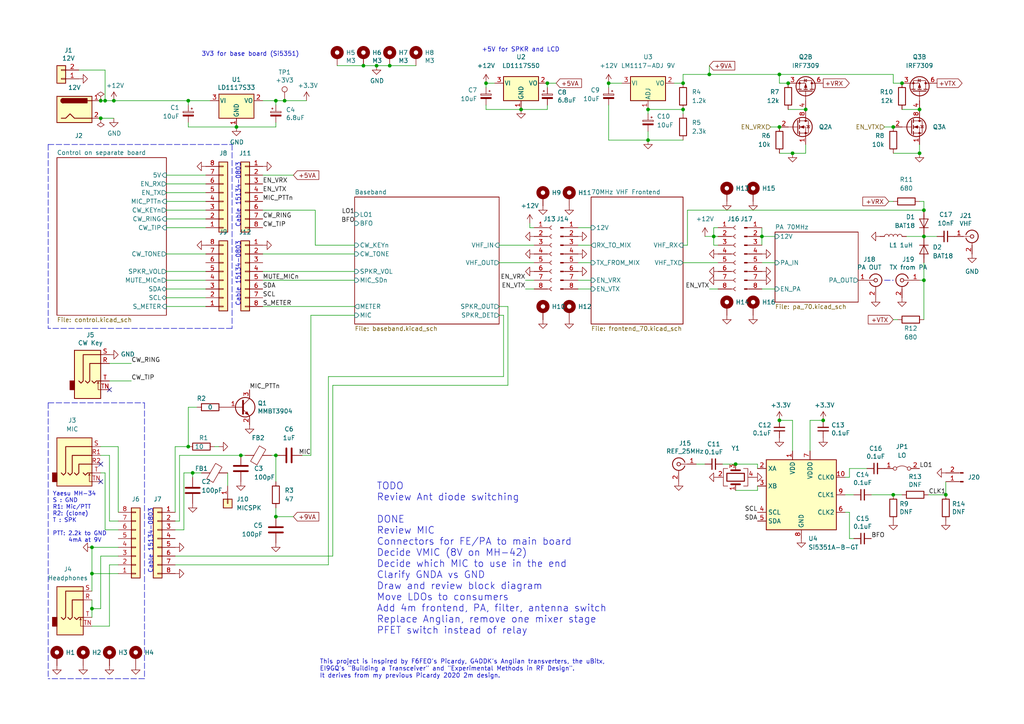
<source format=kicad_sch>
(kicad_sch (version 20211123) (generator eeschema)

  (uuid 7c83c304-769a-4be4-890e-297aba22b5b9)

  (paper "A4")

  (title_block
    (title "DART-70 TRX")
    (date "2023-02-02")
    (rev "0")
    (company "HB9EGM")
    (comment 1 "A 4m Band SSB/CW Transceiver")
  )

  

  (junction (at 29.21 29.21) (diameter 0) (color 0 0 0 0)
    (uuid 0a082e3d-5a37-45bf-9936-1925b33d6b4f)
  )
  (junction (at 228.6 24.13) (diameter 0) (color 0 0 0 0)
    (uuid 0d713598-e0d7-4b64-806d-d27b5ae84128)
  )
  (junction (at 259.08 143.51) (diameter 0) (color 0 0 0 0)
    (uuid 11ea7b85-b26d-4a7d-aaed-956352284452)
  )
  (junction (at 109.22 19.05) (diameter 0) (color 0 0 0 0)
    (uuid 130d74aa-cfde-4c45-8bfe-183aacd4590f)
  )
  (junction (at 266.7 44.45) (diameter 0) (color 0 0 0 0)
    (uuid 1379c036-b3e0-455b-b639-0f5dd015d03b)
  )
  (junction (at 198.12 24.13) (diameter 0) (color 0 0 0 0)
    (uuid 13b9a948-b29a-4475-8f42-f20ed3ed1c6a)
  )
  (junction (at 80.01 29.21) (diameter 0) (color 0 0 0 0)
    (uuid 1c29ab88-8089-4a9f-b0ec-e0493fb70d1a)
  )
  (junction (at 33.02 29.21) (diameter 0) (color 0 0 0 0)
    (uuid 1fa90692-7773-42d6-8ba8-8ed55432226b)
  )
  (junction (at 30.48 29.21) (diameter 0) (color 0 0 0 0)
    (uuid 248900dc-9b0b-4fb0-8b44-20e56324d88d)
  )
  (junction (at 29.21 34.29) (diameter 0) (color 0 0 0 0)
    (uuid 2bb5e7ab-7e6e-4e4b-8997-824caea277e9)
  )
  (junction (at 226.06 36.83) (diameter 0) (color 0 0 0 0)
    (uuid 2c691037-8de1-4537-a0ef-41ed59613839)
  )
  (junction (at 187.96 31.75) (diameter 0) (color 0 0 0 0)
    (uuid 398ec90b-61af-4d36-9539-63397d126e21)
  )
  (junction (at 226.06 121.92) (diameter 0) (color 0 0 0 0)
    (uuid 3c03082b-2981-4df2-bc33-6ce03d4158b2)
  )
  (junction (at 238.76 121.92) (diameter 0) (color 0 0 0 0)
    (uuid 4049e650-6035-45af-a547-48a992b127be)
  )
  (junction (at 198.12 31.75) (diameter 0) (color 0 0 0 0)
    (uuid 4242ccf2-3c4d-4a22-8247-2311c54121ff)
  )
  (junction (at 267.97 68.58) (diameter 0) (color 0 0 0 0)
    (uuid 43df9b13-487d-4795-8053-4ad8b2cbb873)
  )
  (junction (at 226.06 21.59) (diameter 0) (color 0 0 0 0)
    (uuid 4750ee37-26c3-426a-a03a-0a50ee4de791)
  )
  (junction (at 105.41 19.05) (diameter 0) (color 0 0 0 0)
    (uuid 48d3528f-d200-4dbf-87c6-2835721afb0e)
  )
  (junction (at 26.67 158.75) (diameter 0) (color 0 0 0 0)
    (uuid 4909e963-8ed8-4cc7-a752-cf9a746ceb8a)
  )
  (junction (at 54.61 29.21) (diameter 0) (color 0 0 0 0)
    (uuid 547281cc-eb15-43de-9560-1b10e39a19ed)
  )
  (junction (at 233.68 31.75) (diameter 0) (color 0 0 0 0)
    (uuid 5591956a-807b-4208-83a4-6327422e118a)
  )
  (junction (at 54.61 129.54) (diameter 0) (color 0 0 0 0)
    (uuid 5cc7d9f6-bcf8-4ce3-a388-e95342b89483)
  )
  (junction (at 26.67 176.53) (diameter 0) (color 0 0 0 0)
    (uuid 6b9394bd-5e58-42ea-a9a4-f58e854aea5c)
  )
  (junction (at 259.08 36.83) (diameter 0) (color 0 0 0 0)
    (uuid 906f16af-3f1b-4545-bda0-18ebce89ce96)
  )
  (junction (at 140.97 24.13) (diameter 0) (color 0 0 0 0)
    (uuid 91bb5e66-90e9-4aff-b233-5b8d53e4ad1c)
  )
  (junction (at 267.97 60.96) (diameter 0) (color 0 0 0 0)
    (uuid 97793736-d570-4f2c-8a66-106f7d23b4a8)
  )
  (junction (at 26.67 166.37) (diameter 0) (color 0 0 0 0)
    (uuid 9fb2ca3c-8612-4c01-a40b-6e7e5895a1a0)
  )
  (junction (at 176.53 24.13) (diameter 0) (color 0 0 0 0)
    (uuid a01cdcc4-8ed1-4b36-8702-1b68481a60d9)
  )
  (junction (at 187.96 40.64) (diameter 0) (color 0 0 0 0)
    (uuid a13e5fb2-5800-4421-9e39-63277f01a71d)
  )
  (junction (at 82.55 29.21) (diameter 0) (color 0 0 0 0)
    (uuid a99cd17b-9938-46df-92bb-88378a42ecd6)
  )
  (junction (at 274.32 143.51) (diameter 0) (color 0 0 0 0)
    (uuid a9fed849-c0d2-45ff-802c-7da3e4c52c0a)
  )
  (junction (at 68.58 36.83) (diameter 0) (color 0 0 0 0)
    (uuid b0c265f7-c716-45d5-8397-630db4d2cf65)
  )
  (junction (at 205.74 21.59) (diameter 0) (color 0 0 0 0)
    (uuid b48c282b-d280-4718-bf3a-caf683cb767c)
  )
  (junction (at 229.87 44.45) (diameter 0) (color 0 0 0 0)
    (uuid d26d0a63-c69d-4774-9fba-12ed686b99f6)
  )
  (junction (at 113.03 19.05) (diameter 0) (color 0 0 0 0)
    (uuid d4b4dbc7-e763-47b2-a6cb-b5c021db8bcc)
  )
  (junction (at 55.88 137.16) (diameter 0) (color 0 0 0 0)
    (uuid d4c3f5bf-47cb-4030-92b0-bec21d62f389)
  )
  (junction (at 261.62 24.13) (diameter 0) (color 0 0 0 0)
    (uuid d531b677-92b2-4589-8265-ffb9f0a9f471)
  )
  (junction (at 69.85 132.08) (diameter 0) (color 0 0 0 0)
    (uuid d7ecc3d2-2b6e-4e36-92b9-1b58fb257359)
  )
  (junction (at 80.01 132.08) (diameter 0) (color 0 0 0 0)
    (uuid d9abc64c-b691-4ece-b128-4f1d7b31754f)
  )
  (junction (at 267.97 81.28) (diameter 0) (color 0 0 0 0)
    (uuid e2d3e851-e172-407b-bae2-5f89da65f833)
  )
  (junction (at 220.98 68.58) (diameter 0) (color 0 0 0 0)
    (uuid e4e1f9d9-3c4f-40b9-b469-d4aa31f8fa0b)
  )
  (junction (at 158.75 24.13) (diameter 0) (color 0 0 0 0)
    (uuid eb69835d-9be6-45e6-b58c-d2902ddb8fb1)
  )
  (junction (at 266.7 31.75) (diameter 0) (color 0 0 0 0)
    (uuid eeabe6f1-2db7-4eed-bd0c-6e41b390284d)
  )
  (junction (at 80.01 149.86) (diameter 0) (color 0 0 0 0)
    (uuid ef105c45-a454-45c2-badb-d87d915177ef)
  )
  (junction (at 151.13 31.75) (diameter 0) (color 0 0 0 0)
    (uuid f74be2ca-c140-4c85-937a-a008e4f4ddb7)
  )
  (junction (at 213.36 134.62) (diameter 0) (color 0 0 0 0)
    (uuid f8c9e2c3-818f-482b-ad48-f9fb56a455b0)
  )
  (junction (at 207.01 68.58) (diameter 0) (color 0 0 0 0)
    (uuid fe103db2-cb49-496f-a97e-9e6a1288beb5)
  )

  (no_connect (at 29.21 139.7) (uuid 891b06d0-7775-40c2-8d16-5452402b91d5))
  (no_connect (at 31.75 113.03) (uuid 9e56fb84-5b0b-47eb-9ee7-e24e7c08829b))
  (no_connect (at 29.21 134.62) (uuid b2135387-8c57-44ac-8ab3-29b54b43f871))

  (polyline (pts (xy 256.54 81.28) (xy 259.08 81.28))
    (stroke (width 0) (type default) (color 0 0 0 0))
    (uuid 0001e022-bec2-4d62-9a4d-7f842d1f79be)
  )

  (wire (pts (xy 29.21 34.29) (xy 33.02 34.29))
    (stroke (width 0) (type default) (color 0 0 0 0))
    (uuid 002154dd-fd21-426e-8f51-d82382197384)
  )
  (wire (pts (xy 80.01 132.08) (xy 80.01 139.7))
    (stroke (width 0) (type default) (color 0 0 0 0))
    (uuid 008a59ee-36fb-4f36-a8b0-5cc99b1e8598)
  )
  (wire (pts (xy 220.98 68.58) (xy 224.79 68.58))
    (stroke (width 0) (type default) (color 0 0 0 0))
    (uuid 01ac92ba-5cd1-46c2-8ba4-cce3dbf5bdfe)
  )
  (wire (pts (xy 144.78 76.2) (xy 154.94 76.2))
    (stroke (width 0) (type default) (color 0 0 0 0))
    (uuid 05b80f11-716a-4d47-806e-b508d9c8845d)
  )
  (wire (pts (xy 246.38 138.43) (xy 245.11 138.43))
    (stroke (width 0) (type default) (color 0 0 0 0))
    (uuid 05f6334e-7131-4999-b788-1681af60d6df)
  )
  (wire (pts (xy 204.47 68.58) (xy 207.01 68.58))
    (stroke (width 0) (type default) (color 0 0 0 0))
    (uuid 083f0ed2-b3a6-4099-9652-454220d86a40)
  )
  (wire (pts (xy 167.64 66.04) (xy 171.45 66.04))
    (stroke (width 0) (type default) (color 0 0 0 0))
    (uuid 087385f5-4257-4376-b1f3-18d9f73513a6)
  )
  (wire (pts (xy 205.74 21.59) (xy 198.12 21.59))
    (stroke (width 0) (type default) (color 0 0 0 0))
    (uuid 09d1af20-c357-48ec-a10f-915c880f15b6)
  )
  (wire (pts (xy 158.75 24.13) (xy 158.75 25.4))
    (stroke (width 0) (type default) (color 0 0 0 0))
    (uuid 09fbb099-19ff-4c9e-b717-ff9eedac992b)
  )
  (wire (pts (xy 140.97 30.48) (xy 140.97 31.75))
    (stroke (width 0) (type default) (color 0 0 0 0))
    (uuid 0a3a19af-7bfa-4df3-9b73-b98420c4a518)
  )
  (wire (pts (xy 105.41 19.05) (xy 109.22 19.05))
    (stroke (width 0) (type default) (color 0 0 0 0))
    (uuid 0aad0e8d-0747-412b-85ac-039bbac4ff5e)
  )
  (wire (pts (xy 266.7 41.91) (xy 266.7 44.45))
    (stroke (width 0) (type default) (color 0 0 0 0))
    (uuid 0b3a2a48-0270-494e-962a-3658a00a0875)
  )
  (wire (pts (xy 144.78 71.12) (xy 154.94 71.12))
    (stroke (width 0) (type default) (color 0 0 0 0))
    (uuid 0c548c29-4675-455c-b4eb-39554b0e0db8)
  )
  (wire (pts (xy 54.61 29.21) (xy 54.61 30.48))
    (stroke (width 0) (type default) (color 0 0 0 0))
    (uuid 11b5652b-07d3-428f-98d5-c354cf3693b1)
  )
  (wire (pts (xy 267.97 58.42) (xy 266.7 58.42))
    (stroke (width 0) (type default) (color 0 0 0 0))
    (uuid 1365db47-3e50-475d-8b7e-e1db17b616fc)
  )
  (wire (pts (xy 140.97 31.75) (xy 151.13 31.75))
    (stroke (width 0) (type default) (color 0 0 0 0))
    (uuid 160e3a4c-588b-4e79-ac75-f98bf80b7e0b)
  )
  (wire (pts (xy 85.09 50.8) (xy 76.2 50.8))
    (stroke (width 0) (type default) (color 0 0 0 0))
    (uuid 16f4aa89-10b3-4c19-aee2-b110182c6854)
  )
  (wire (pts (xy 80.01 29.21) (xy 82.55 29.21))
    (stroke (width 0) (type default) (color 0 0 0 0))
    (uuid 17ba5b19-2b5b-474e-9c14-1c7d35991587)
  )
  (wire (pts (xy 198.12 31.75) (xy 198.12 33.02))
    (stroke (width 0) (type default) (color 0 0 0 0))
    (uuid 17fc291b-23f9-4de7-9168-978b13dcd03c)
  )
  (wire (pts (xy 50.8 148.59) (xy 50.8 129.54))
    (stroke (width 0) (type default) (color 0 0 0 0))
    (uuid 181facd7-c73d-4cb5-8e0f-0267ca40cf15)
  )
  (wire (pts (xy 53.34 153.67) (xy 53.34 137.16))
    (stroke (width 0) (type default) (color 0 0 0 0))
    (uuid 1869a25a-7405-4101-9da6-55f7c1e87e39)
  )
  (wire (pts (xy 220.98 83.82) (xy 224.79 83.82))
    (stroke (width 0) (type default) (color 0 0 0 0))
    (uuid 19a6b424-c553-4be2-9c2f-6b5d041d6f35)
  )
  (wire (pts (xy 26.67 166.37) (xy 34.29 166.37))
    (stroke (width 0) (type default) (color 0 0 0 0))
    (uuid 1bcf4a11-4c4f-42b8-9e84-ad79d97ffe8f)
  )
  (wire (pts (xy 48.26 88.9) (xy 59.69 88.9))
    (stroke (width 0) (type default) (color 0 0 0 0))
    (uuid 1de35109-2490-47e3-8be5-ab22f13c6848)
  )
  (wire (pts (xy 48.26 50.8) (xy 59.69 50.8))
    (stroke (width 0) (type default) (color 0 0 0 0))
    (uuid 1ef50cec-8701-41c9-a796-aac175c3bcb1)
  )
  (wire (pts (xy 180.34 24.13) (xy 176.53 24.13))
    (stroke (width 0) (type default) (color 0 0 0 0))
    (uuid 2199bdfc-0462-4363-af5e-16d8e19d600a)
  )
  (wire (pts (xy 95.25 109.22) (xy 95.25 163.83))
    (stroke (width 0) (type default) (color 0 0 0 0))
    (uuid 227082fc-081f-46f9-b11d-3c272a90673e)
  )
  (wire (pts (xy 207.01 68.58) (xy 207.01 66.04))
    (stroke (width 0) (type default) (color 0 0 0 0))
    (uuid 22dcd381-de7e-4770-b1fc-5b1585b1e01c)
  )
  (polyline (pts (xy 13.97 116.84) (xy 41.91 116.84))
    (stroke (width 0) (type default) (color 0 0 0 0))
    (uuid 246d8c70-0329-4f4d-9351-49df120458af)
  )

  (wire (pts (xy 152.4 83.82) (xy 154.94 83.82))
    (stroke (width 0) (type default) (color 0 0 0 0))
    (uuid 257ea06f-4fb4-4041-9548-2259364176a6)
  )
  (wire (pts (xy 54.61 29.21) (xy 60.96 29.21))
    (stroke (width 0) (type default) (color 0 0 0 0))
    (uuid 28eca374-9b5c-4480-a1a6-52ddcbb57db2)
  )
  (wire (pts (xy 245.11 143.51) (xy 247.65 143.51))
    (stroke (width 0) (type default) (color 0 0 0 0))
    (uuid 2a86319a-5a94-4745-ad80-6b5c02f72e82)
  )
  (polyline (pts (xy 67.31 41.91) (xy 67.31 95.25))
    (stroke (width 0) (type default) (color 0 0 0 0))
    (uuid 2df6f517-3da3-4761-bd39-ad71c01eb424)
  )

  (wire (pts (xy 205.74 83.82) (xy 208.28 83.82))
    (stroke (width 0) (type default) (color 0 0 0 0))
    (uuid 2e8990ed-fee4-46e0-a5d6-572eb84d7bbe)
  )
  (wire (pts (xy 158.75 24.13) (xy 161.29 24.13))
    (stroke (width 0) (type default) (color 0 0 0 0))
    (uuid 2ea38bc3-7d3b-428e-a271-404ee98e752b)
  )
  (wire (pts (xy 146.05 91.44) (xy 146.05 109.22))
    (stroke (width 0) (type default) (color 0 0 0 0))
    (uuid 2f9b686c-0a8f-432b-9e90-c788e62691c6)
  )
  (wire (pts (xy 267.97 81.28) (xy 267.97 92.71))
    (stroke (width 0) (type default) (color 0 0 0 0))
    (uuid 2fc55029-8596-42f8-a5b7-345105f5a387)
  )
  (wire (pts (xy 76.2 88.9) (xy 102.87 88.9))
    (stroke (width 0) (type default) (color 0 0 0 0))
    (uuid 311d4ef9-a0ea-4e8e-b65b-70e91af2608e)
  )
  (wire (pts (xy 187.96 40.64) (xy 198.12 40.64))
    (stroke (width 0) (type default) (color 0 0 0 0))
    (uuid 33f01d9a-6abc-40a9-9b6b-d34bddbf731f)
  )
  (wire (pts (xy 256.54 36.83) (xy 259.08 36.83))
    (stroke (width 0) (type default) (color 0 0 0 0))
    (uuid 345987da-5aa5-4c5e-90e1-ddf0086ed5fb)
  )
  (wire (pts (xy 50.8 161.29) (xy 96.52 161.29))
    (stroke (width 0) (type default) (color 0 0 0 0))
    (uuid 361f9eaf-2e29-4825-b35a-439064c6d2db)
  )
  (wire (pts (xy 153.67 64.77) (xy 153.67 66.04))
    (stroke (width 0) (type default) (color 0 0 0 0))
    (uuid 3e9b82a4-d9cb-49e4-825f-83213cf846fe)
  )
  (wire (pts (xy 262.89 68.58) (xy 267.97 68.58))
    (stroke (width 0) (type default) (color 0 0 0 0))
    (uuid 3eb66799-e8b0-416b-a9e5-17fd18188e1b)
  )
  (wire (pts (xy 48.26 53.34) (xy 59.69 53.34))
    (stroke (width 0) (type default) (color 0 0 0 0))
    (uuid 3f726201-a2b0-494c-bb67-0bed26cc560f)
  )
  (wire (pts (xy 34.29 158.75) (xy 26.67 158.75))
    (stroke (width 0) (type default) (color 0 0 0 0))
    (uuid 4112aabb-0408-4a3a-9841-f57862637df1)
  )
  (wire (pts (xy 158.75 31.75) (xy 151.13 31.75))
    (stroke (width 0) (type default) (color 0 0 0 0))
    (uuid 443127ca-ab31-4ac0-90cc-723625487807)
  )
  (wire (pts (xy 195.58 24.13) (xy 198.12 24.13))
    (stroke (width 0) (type default) (color 0 0 0 0))
    (uuid 4435e8ff-b63e-4b32-81db-49caa0dd6c5f)
  )
  (wire (pts (xy 48.26 55.88) (xy 59.69 55.88))
    (stroke (width 0) (type default) (color 0 0 0 0))
    (uuid 475d7116-2e26-4a72-942e-766ab472ca0d)
  )
  (polyline (pts (xy 41.91 116.84) (xy 41.91 196.85))
    (stroke (width 0) (type default) (color 0 0 0 0))
    (uuid 4b105a5f-5ed5-49ae-8bb9-f1d8c5566b50)
  )

  (wire (pts (xy 146.05 109.22) (xy 95.25 109.22))
    (stroke (width 0) (type default) (color 0 0 0 0))
    (uuid 4c2ca5f1-ff49-468e-a870-b80100e1827e)
  )
  (wire (pts (xy 198.12 21.59) (xy 198.12 24.13))
    (stroke (width 0) (type default) (color 0 0 0 0))
    (uuid 4c57c394-f97c-4a0b-80d4-0b5157781c3b)
  )
  (wire (pts (xy 199.39 60.96) (xy 267.97 60.96))
    (stroke (width 0) (type default) (color 0 0 0 0))
    (uuid 4cb05072-e4ec-4ace-9793-ec8663b33a48)
  )
  (wire (pts (xy 261.62 31.75) (xy 266.7 31.75))
    (stroke (width 0) (type default) (color 0 0 0 0))
    (uuid 4d5acc98-17ff-4e60-af52-349a1269dddf)
  )
  (wire (pts (xy 220.98 66.04) (xy 220.98 68.58))
    (stroke (width 0) (type default) (color 0 0 0 0))
    (uuid 51ff27b9-f9f9-45f2-b9f3-2b930513405d)
  )
  (wire (pts (xy 167.64 81.28) (xy 171.45 81.28))
    (stroke (width 0) (type default) (color 0 0 0 0))
    (uuid 52d9d6dd-4266-418b-bf9a-446977053e6f)
  )
  (wire (pts (xy 29.21 161.29) (xy 29.21 176.53))
    (stroke (width 0) (type default) (color 0 0 0 0))
    (uuid 53bb37bd-6ad6-430f-b5e5-21e40448d528)
  )
  (wire (pts (xy 266.7 81.28) (xy 267.97 81.28))
    (stroke (width 0) (type default) (color 0 0 0 0))
    (uuid 566a1dfd-871f-4bc8-98fc-32631eb16c5b)
  )
  (wire (pts (xy 29.21 176.53) (xy 26.67 176.53))
    (stroke (width 0) (type default) (color 0 0 0 0))
    (uuid 568b5dd5-7629-4c3d-9388-eaa54c2762b1)
  )
  (wire (pts (xy 48.26 78.74) (xy 59.69 78.74))
    (stroke (width 0) (type default) (color 0 0 0 0))
    (uuid 56cb3f92-2c0e-42ee-84b9-de64810b5c8d)
  )
  (wire (pts (xy 97.79 19.05) (xy 105.41 19.05))
    (stroke (width 0) (type default) (color 0 0 0 0))
    (uuid 579d81c4-8fa6-40d5-b99a-d160787b45b9)
  )
  (wire (pts (xy 50.8 153.67) (xy 53.34 153.67))
    (stroke (width 0) (type default) (color 0 0 0 0))
    (uuid 58e4fb93-6235-473b-af92-bf79be065bda)
  )
  (wire (pts (xy 29.21 132.08) (xy 31.75 132.08))
    (stroke (width 0) (type default) (color 0 0 0 0))
    (uuid 59af70e6-5e6f-4213-8799-5a44b525739b)
  )
  (wire (pts (xy 205.74 19.05) (xy 205.74 21.59))
    (stroke (width 0) (type default) (color 0 0 0 0))
    (uuid 5afca071-0542-406b-83f5-f8ed30e05c4c)
  )
  (wire (pts (xy 144.78 91.44) (xy 146.05 91.44))
    (stroke (width 0) (type default) (color 0 0 0 0))
    (uuid 5c0d735a-ca1c-4202-8faf-02e515d1181f)
  )
  (wire (pts (xy 76.2 78.74) (xy 102.87 78.74))
    (stroke (width 0) (type default) (color 0 0 0 0))
    (uuid 5cd8bda4-22ef-4084-8249-44fe15f1fc0e)
  )
  (wire (pts (xy 259.08 21.59) (xy 226.06 21.59))
    (stroke (width 0) (type default) (color 0 0 0 0))
    (uuid 5ea05504-bb96-4847-90cf-26cb1afd4244)
  )
  (wire (pts (xy 66.04 137.16) (xy 66.04 140.97))
    (stroke (width 0) (type default) (color 0 0 0 0))
    (uuid 601c5479-68c8-4d7c-bbde-860bd11a7597)
  )
  (wire (pts (xy 31.75 151.13) (xy 34.29 151.13))
    (stroke (width 0) (type default) (color 0 0 0 0))
    (uuid 6123b0cd-d677-4963-a353-8d6b35692422)
  )
  (polyline (pts (xy 41.91 196.85) (xy 13.97 196.85))
    (stroke (width 0) (type default) (color 0 0 0 0))
    (uuid 6188cf07-9c8d-498a-9db9-9718888dfe39)
  )

  (wire (pts (xy 152.4 81.28) (xy 154.94 81.28))
    (stroke (width 0) (type default) (color 0 0 0 0))
    (uuid 622f00d8-5ad7-46ce-ad73-dd9d4ed09081)
  )
  (wire (pts (xy 33.02 29.21) (xy 54.61 29.21))
    (stroke (width 0) (type default) (color 0 0 0 0))
    (uuid 6465c817-6f2e-4e62-ac9d-f9a1d93df9e1)
  )
  (wire (pts (xy 251.46 135.89) (xy 246.38 135.89))
    (stroke (width 0) (type default) (color 0 0 0 0))
    (uuid 64e90390-0f4c-4cc1-bafa-363ce23516e9)
  )
  (wire (pts (xy 246.38 156.21) (xy 246.38 148.59))
    (stroke (width 0) (type default) (color 0 0 0 0))
    (uuid 65dd0601-a23d-4c5d-b924-966fc498cbfc)
  )
  (wire (pts (xy 259.08 92.71) (xy 260.35 92.71))
    (stroke (width 0) (type default) (color 0 0 0 0))
    (uuid 65fd1318-4897-4656-baf4-cc1aa4efc50e)
  )
  (wire (pts (xy 147.32 111.76) (xy 96.52 111.76))
    (stroke (width 0) (type default) (color 0 0 0 0))
    (uuid 67fd3f09-ff5e-4560-b9cb-23649083a340)
  )
  (wire (pts (xy 233.68 44.45) (xy 229.87 44.45))
    (stroke (width 0) (type default) (color 0 0 0 0))
    (uuid 67fd7240-7a2e-4504-8c70-47b3112c634e)
  )
  (wire (pts (xy 26.67 166.37) (xy 26.67 171.45))
    (stroke (width 0) (type default) (color 0 0 0 0))
    (uuid 696f862b-a951-463f-ad29-011c067090d6)
  )
  (wire (pts (xy 246.38 148.59) (xy 245.11 148.59))
    (stroke (width 0) (type default) (color 0 0 0 0))
    (uuid 699bee8c-8bc3-4aa6-b4ed-0aa4d255078a)
  )
  (wire (pts (xy 234.95 121.92) (xy 234.95 130.81))
    (stroke (width 0) (type default) (color 0 0 0 0))
    (uuid 6b09c60c-c53b-47dd-b8b8-94f682cd2086)
  )
  (wire (pts (xy 48.26 81.28) (xy 59.69 81.28))
    (stroke (width 0) (type default) (color 0 0 0 0))
    (uuid 6c2583d2-6254-4856-a6b8-160d5f6a3f99)
  )
  (wire (pts (xy 50.8 151.13) (xy 52.07 151.13))
    (stroke (width 0) (type default) (color 0 0 0 0))
    (uuid 6cc72bfd-2651-4e90-af42-5d6cec3950c1)
  )
  (wire (pts (xy 26.67 173.99) (xy 26.67 176.53))
    (stroke (width 0) (type default) (color 0 0 0 0))
    (uuid 7019dafb-64b4-4e22-837e-9f37341a0157)
  )
  (wire (pts (xy 207.01 71.12) (xy 207.01 68.58))
    (stroke (width 0) (type default) (color 0 0 0 0))
    (uuid 71e59ea6-1d95-41dd-aaff-b947e8d6629b)
  )
  (wire (pts (xy 55.88 137.16) (xy 58.42 137.16))
    (stroke (width 0) (type default) (color 0 0 0 0))
    (uuid 735e33ba-0601-4acb-983d-1656020ec14e)
  )
  (wire (pts (xy 259.08 24.13) (xy 261.62 24.13))
    (stroke (width 0) (type default) (color 0 0 0 0))
    (uuid 73697aae-1f79-401a-bdaa-9ebc2f2340de)
  )
  (wire (pts (xy 140.97 24.13) (xy 140.97 25.4))
    (stroke (width 0) (type default) (color 0 0 0 0))
    (uuid 7471700d-9a5d-406e-b9fc-bdeed49379fa)
  )
  (wire (pts (xy 30.48 29.21) (xy 33.02 29.21))
    (stroke (width 0) (type default) (color 0 0 0 0))
    (uuid 74760d5b-303c-4603-ac2e-6b5209546581)
  )
  (polyline (pts (xy 13.97 116.84) (xy 13.97 196.85))
    (stroke (width 0) (type default) (color 0 0 0 0))
    (uuid 74e37401-14d3-4e3c-84ed-7ddb4d75b44f)
  )

  (wire (pts (xy 29.21 129.54) (xy 34.29 129.54))
    (stroke (width 0) (type default) (color 0 0 0 0))
    (uuid 754f923b-5aa7-4d87-b589-d53346af6023)
  )
  (wire (pts (xy 167.64 76.2) (xy 171.45 76.2))
    (stroke (width 0) (type default) (color 0 0 0 0))
    (uuid 7887f659-7796-4d20-b8ec-45fe37db4d3b)
  )
  (wire (pts (xy 22.86 20.32) (xy 30.48 20.32))
    (stroke (width 0) (type default) (color 0 0 0 0))
    (uuid 79aced1b-30d4-4883-86bf-8a38d664736a)
  )
  (wire (pts (xy 252.73 143.51) (xy 259.08 143.51))
    (stroke (width 0) (type default) (color 0 0 0 0))
    (uuid 7d4200e5-e280-4699-af56-048ba84247d3)
  )
  (wire (pts (xy 71.12 132.08) (xy 69.85 132.08))
    (stroke (width 0) (type default) (color 0 0 0 0))
    (uuid 7fcd6903-4017-464e-a708-1e51b67dd39f)
  )
  (wire (pts (xy 26.67 158.75) (xy 26.67 166.37))
    (stroke (width 0) (type default) (color 0 0 0 0))
    (uuid 80203512-93fd-487a-a00c-1916502463c3)
  )
  (wire (pts (xy 259.08 58.42) (xy 257.81 58.42))
    (stroke (width 0) (type default) (color 0 0 0 0))
    (uuid 8025fc94-e615-4b56-8bf2-4787b89136f5)
  )
  (wire (pts (xy 198.12 76.2) (xy 208.28 76.2))
    (stroke (width 0) (type default) (color 0 0 0 0))
    (uuid 80c9eaaa-abb4-4304-825a-1964608b4c6b)
  )
  (wire (pts (xy 147.32 88.9) (xy 147.32 111.76))
    (stroke (width 0) (type default) (color 0 0 0 0))
    (uuid 812f91c0-f736-4383-bfee-2790347c3abf)
  )
  (wire (pts (xy 153.67 66.04) (xy 154.94 66.04))
    (stroke (width 0) (type default) (color 0 0 0 0))
    (uuid 814385ff-48a3-478a-9a33-47cb468f9486)
  )
  (wire (pts (xy 80.01 149.86) (xy 85.09 149.86))
    (stroke (width 0) (type default) (color 0 0 0 0))
    (uuid 816e41e9-8ef8-4e70-a70f-02175bdc97c4)
  )
  (polyline (pts (xy 13.97 41.91) (xy 13.97 95.25))
    (stroke (width 0) (type default) (color 0 0 0 0))
    (uuid 834eed63-98bc-4692-be8a-6868d5c838d4)
  )

  (wire (pts (xy 48.26 66.04) (xy 59.69 66.04))
    (stroke (width 0) (type default) (color 0 0 0 0))
    (uuid 836458d9-8a3b-4d53-aaf1-9cc6ec2305f2)
  )
  (wire (pts (xy 229.87 44.45) (xy 226.06 44.45))
    (stroke (width 0) (type default) (color 0 0 0 0))
    (uuid 86c60f4b-4421-4865-beff-ed93adca8ac2)
  )
  (wire (pts (xy 34.29 129.54) (xy 34.29 148.59))
    (stroke (width 0) (type default) (color 0 0 0 0))
    (uuid 8b36f37f-a068-4636-8967-22103b343d70)
  )
  (wire (pts (xy 76.2 81.28) (xy 102.87 81.28))
    (stroke (width 0) (type default) (color 0 0 0 0))
    (uuid 8b38ff0f-fed5-4ee4-8847-6ec4f4b389a9)
  )
  (wire (pts (xy 48.26 86.36) (xy 59.69 86.36))
    (stroke (width 0) (type default) (color 0 0 0 0))
    (uuid 8c8438c2-dfb5-4131-857c-1ad8997220ea)
  )
  (wire (pts (xy 247.65 156.21) (xy 246.38 156.21))
    (stroke (width 0) (type default) (color 0 0 0 0))
    (uuid 8e0abe23-8e7e-48a9-af11-f26197bd8fbf)
  )
  (wire (pts (xy 176.53 30.48) (xy 176.53 40.64))
    (stroke (width 0) (type default) (color 0 0 0 0))
    (uuid 8f5c2a3a-b2da-434e-8810-9da52a5e413a)
  )
  (wire (pts (xy 144.78 88.9) (xy 147.32 88.9))
    (stroke (width 0) (type default) (color 0 0 0 0))
    (uuid 906c4fbb-4fdd-48c5-aa07-85c56299e46a)
  )
  (wire (pts (xy 80.01 147.32) (xy 80.01 149.86))
    (stroke (width 0) (type default) (color 0 0 0 0))
    (uuid 91c438b1-678d-4a85-be0e-771bfbc58931)
  )
  (wire (pts (xy 228.6 31.75) (xy 233.68 31.75))
    (stroke (width 0) (type default) (color 0 0 0 0))
    (uuid 92dfb53a-5556-47b1-8088-214aebbc803d)
  )
  (wire (pts (xy 102.87 91.44) (xy 90.17 91.44))
    (stroke (width 0) (type default) (color 0 0 0 0))
    (uuid 935427ba-97bd-4319-b38c-51b473619c8a)
  )
  (wire (pts (xy 158.75 30.48) (xy 158.75 31.75))
    (stroke (width 0) (type default) (color 0 0 0 0))
    (uuid 96e30a9c-78b6-4d1a-bc72-6cbdc7743876)
  )
  (wire (pts (xy 90.17 91.44) (xy 90.17 132.08))
    (stroke (width 0) (type default) (color 0 0 0 0))
    (uuid 9792cf44-3261-4d9f-8ae0-31fdeec0dc70)
  )
  (wire (pts (xy 31.75 151.13) (xy 31.75 132.08))
    (stroke (width 0) (type default) (color 0 0 0 0))
    (uuid 98ea83ac-41c6-4b7d-be63-41372bbd6e24)
  )
  (wire (pts (xy 207.01 66.04) (xy 208.28 66.04))
    (stroke (width 0) (type default) (color 0 0 0 0))
    (uuid 9991203b-a07d-48db-9b05-ed716414c92f)
  )
  (wire (pts (xy 54.61 35.56) (xy 54.61 36.83))
    (stroke (width 0) (type default) (color 0 0 0 0))
    (uuid 99f8394d-1325-4f0e-9ed0-19dceab6e1f9)
  )
  (wire (pts (xy 52.07 132.08) (xy 69.85 132.08))
    (stroke (width 0) (type default) (color 0 0 0 0))
    (uuid 9c3d736f-f850-40b5-83bf-bf71ce2d8e7c)
  )
  (wire (pts (xy 96.52 111.76) (xy 96.52 161.29))
    (stroke (width 0) (type default) (color 0 0 0 0))
    (uuid 9c4c0112-7564-4034-996a-b0e56c2141a6)
  )
  (wire (pts (xy 238.76 121.92) (xy 234.95 121.92))
    (stroke (width 0) (type default) (color 0 0 0 0))
    (uuid 9d3a7a2b-8bae-4d82-8634-16a99f57e389)
  )
  (wire (pts (xy 223.52 36.83) (xy 226.06 36.83))
    (stroke (width 0) (type default) (color 0 0 0 0))
    (uuid a057c374-c462-4764-bd16-2c00eef92afa)
  )
  (wire (pts (xy 31.75 105.41) (xy 38.1 105.41))
    (stroke (width 0) (type default) (color 0 0 0 0))
    (uuid a1abde39-78d5-402d-bb1c-75243c61d29b)
  )
  (wire (pts (xy 48.26 58.42) (xy 59.69 58.42))
    (stroke (width 0) (type default) (color 0 0 0 0))
    (uuid a2c10dec-c0b0-471a-b75e-c1a8452900c1)
  )
  (wire (pts (xy 220.98 68.58) (xy 220.98 71.12))
    (stroke (width 0) (type default) (color 0 0 0 0))
    (uuid a40b6a6f-dc57-45f8-9beb-e6dbac2dd670)
  )
  (wire (pts (xy 78.74 132.08) (xy 80.01 132.08))
    (stroke (width 0) (type default) (color 0 0 0 0))
    (uuid a5f4f26e-4b82-496f-b7bb-4ed4211f8100)
  )
  (wire (pts (xy 54.61 36.83) (xy 68.58 36.83))
    (stroke (width 0) (type default) (color 0 0 0 0))
    (uuid a69bb6f5-978b-49bb-9446-4ec9cfe4501e)
  )
  (wire (pts (xy 259.08 21.59) (xy 259.08 24.13))
    (stroke (width 0) (type default) (color 0 0 0 0))
    (uuid a7349b87-3477-4ba5-bc62-3587f94ab817)
  )
  (wire (pts (xy 267.97 58.42) (xy 267.97 60.96))
    (stroke (width 0) (type default) (color 0 0 0 0))
    (uuid a8465ca8-68f9-4eee-904b-5bbfa483a6ff)
  )
  (wire (pts (xy 55.88 138.43) (xy 55.88 137.16))
    (stroke (width 0) (type default) (color 0 0 0 0))
    (uuid a8d341ec-3332-4d82-8a1f-e52e32f564f1)
  )
  (wire (pts (xy 53.34 137.16) (xy 55.88 137.16))
    (stroke (width 0) (type default) (color 0 0 0 0))
    (uuid a9276ad3-2500-44c6-895a-e842a0033021)
  )
  (wire (pts (xy 88.9 29.21) (xy 82.55 29.21))
    (stroke (width 0) (type default) (color 0 0 0 0))
    (uuid a93dd5f3-ded3-42da-9f3d-78740a5a5bff)
  )
  (wire (pts (xy 30.48 153.67) (xy 30.48 137.16))
    (stroke (width 0) (type default) (color 0 0 0 0))
    (uuid a99a526a-0727-4d5d-b793-47c299fd72ba)
  )
  (wire (pts (xy 48.26 83.82) (xy 59.69 83.82))
    (stroke (width 0) (type default) (color 0 0 0 0))
    (uuid ac0ae1b6-d482-4675-aec8-4c2f8c7318db)
  )
  (wire (pts (xy 226.06 21.59) (xy 205.74 21.59))
    (stroke (width 0) (type default) (color 0 0 0 0))
    (uuid ad76707e-1f2e-4941-86a0-50951acd24bc)
  )
  (wire (pts (xy 176.53 40.64) (xy 187.96 40.64))
    (stroke (width 0) (type default) (color 0 0 0 0))
    (uuid aed0a299-8aa6-4a50-b993-c38efe5fdd7a)
  )
  (wire (pts (xy 176.53 24.13) (xy 176.53 25.4))
    (stroke (width 0) (type default) (color 0 0 0 0))
    (uuid b1ea2466-2371-4b96-9289-6c42e0f0b899)
  )
  (wire (pts (xy 208.28 68.58) (xy 207.01 68.58))
    (stroke (width 0) (type default) (color 0 0 0 0))
    (uuid b2567046-fd9d-4b4e-9692-c6e5bb919428)
  )
  (wire (pts (xy 52.07 151.13) (xy 52.07 132.08))
    (stroke (width 0) (type default) (color 0 0 0 0))
    (uuid b32653e4-7801-40ea-b61b-f0311c01d3b4)
  )
  (polyline (pts (xy 13.97 41.91) (xy 67.31 41.91))
    (stroke (width 0) (type default) (color 0 0 0 0))
    (uuid b3f67849-c79e-4262-b803-d461d1887604)
  )
  (polyline (pts (xy 67.31 95.25) (xy 13.97 95.25))
    (stroke (width 0) (type default) (color 0 0 0 0))
    (uuid b415a656-e3e5-4629-aa6c-6a23a847c576)
  )

  (wire (pts (xy 266.7 44.45) (xy 259.08 44.45))
    (stroke (width 0) (type default) (color 0 0 0 0))
    (uuid b5cbe891-dcdf-4951-8f0a-b2c28e4293cd)
  )
  (wire (pts (xy 199.39 60.96) (xy 199.39 71.12))
    (stroke (width 0) (type default) (color 0 0 0 0))
    (uuid b7171b4c-eca6-40ec-b421-389a14cba197)
  )
  (wire (pts (xy 48.26 63.5) (xy 59.69 63.5))
    (stroke (width 0) (type default) (color 0 0 0 0))
    (uuid bb13b6c6-7b88-4971-969d-518c0a6e43cc)
  )
  (wire (pts (xy 226.06 24.13) (xy 228.6 24.13))
    (stroke (width 0) (type default) (color 0 0 0 0))
    (uuid bb78f99c-6783-4afe-a661-68817d4180ab)
  )
  (wire (pts (xy 246.38 135.89) (xy 246.38 138.43))
    (stroke (width 0) (type default) (color 0 0 0 0))
    (uuid bcb20d96-4c0e-4c98-a263-0cdd41ab15e5)
  )
  (wire (pts (xy 187.96 38.1) (xy 187.96 40.64))
    (stroke (width 0) (type default) (color 0 0 0 0))
    (uuid bda7a16e-b931-4d51-b769-ff5809beef5f)
  )
  (wire (pts (xy 199.39 71.12) (xy 198.12 71.12))
    (stroke (width 0) (type default) (color 0 0 0 0))
    (uuid be34fe28-91db-4153-a910-bbfafd34e127)
  )
  (wire (pts (xy 48.26 60.96) (xy 59.69 60.96))
    (stroke (width 0) (type default) (color 0 0 0 0))
    (uuid bfce1213-d511-4811-bc9d-beb994b8b9fe)
  )
  (wire (pts (xy 31.75 163.83) (xy 31.75 181.61))
    (stroke (width 0) (type default) (color 0 0 0 0))
    (uuid c0738ee3-5ef6-48be-9a20-f10b8cdc3a6d)
  )
  (wire (pts (xy 34.29 161.29) (xy 29.21 161.29))
    (stroke (width 0) (type default) (color 0 0 0 0))
    (uuid c12b5903-2f75-49c3-8332-69e02fb1aff7)
  )
  (wire (pts (xy 229.87 121.92) (xy 229.87 130.81))
    (stroke (width 0) (type default) (color 0 0 0 0))
    (uuid c24d03f2-5bff-4d74-88e5-481cd2f1e035)
  )
  (wire (pts (xy 274.32 143.51) (xy 274.32 139.7))
    (stroke (width 0) (type default) (color 0 0 0 0))
    (uuid c48e879f-0b64-4f86-a8cf-003dbff29c4e)
  )
  (wire (pts (xy 76.2 73.66) (xy 102.87 73.66))
    (stroke (width 0) (type default) (color 0 0 0 0))
    (uuid cb987807-5979-49b5-8522-334a69d0b59b)
  )
  (wire (pts (xy 261.62 143.51) (xy 259.08 143.51))
    (stroke (width 0) (type default) (color 0 0 0 0))
    (uuid cbbfb5e5-7e85-4367-b6a7-9b21fc6d9e17)
  )
  (wire (pts (xy 213.36 142.24) (xy 219.71 142.24))
    (stroke (width 0) (type default) (color 0 0 0 0))
    (uuid cc89f37d-2221-4ee8-a763-21432c733f93)
  )
  (wire (pts (xy 76.2 29.21) (xy 80.01 29.21))
    (stroke (width 0) (type default) (color 0 0 0 0))
    (uuid cdc3b2bb-9f60-476c-ac94-bf550b6e7b5e)
  )
  (wire (pts (xy 233.68 41.91) (xy 233.68 44.45))
    (stroke (width 0) (type default) (color 0 0 0 0))
    (uuid cdf8245b-2e03-441d-8536-8e14a3d0d2ff)
  )
  (wire (pts (xy 226.06 121.92) (xy 229.87 121.92))
    (stroke (width 0) (type default) (color 0 0 0 0))
    (uuid ceb52c7a-a12c-449a-be98-109b3a3bd409)
  )
  (wire (pts (xy 34.29 163.83) (xy 31.75 163.83))
    (stroke (width 0) (type default) (color 0 0 0 0))
    (uuid d1791382-8e9e-408d-8461-11f5ded4ad48)
  )
  (wire (pts (xy 29.21 29.21) (xy 30.48 29.21))
    (stroke (width 0) (type default) (color 0 0 0 0))
    (uuid d18620ef-44b4-47e8-b939-bb0398e91c85)
  )
  (wire (pts (xy 57.15 118.11) (xy 54.61 118.11))
    (stroke (width 0) (type default) (color 0 0 0 0))
    (uuid d1ce4cd2-0109-47a9-93f8-38c475604c2d)
  )
  (wire (pts (xy 87.63 132.08) (xy 90.17 132.08))
    (stroke (width 0) (type default) (color 0 0 0 0))
    (uuid d3155823-164e-414b-a9b1-daa66df8bb6f)
  )
  (wire (pts (xy 208.28 71.12) (xy 207.01 71.12))
    (stroke (width 0) (type default) (color 0 0 0 0))
    (uuid d4867c18-2716-4853-ab72-4df6a9980642)
  )
  (wire (pts (xy 91.44 60.96) (xy 76.2 60.96))
    (stroke (width 0) (type default) (color 0 0 0 0))
    (uuid d4dea28c-2f1d-4f2b-9141-90634cbd9401)
  )
  (wire (pts (xy 219.71 134.62) (xy 219.71 135.89))
    (stroke (width 0) (type default) (color 0 0 0 0))
    (uuid d51dda35-7a1a-4d41-817a-7bb1f7f6ffd4)
  )
  (wire (pts (xy 109.22 19.05) (xy 113.03 19.05))
    (stroke (width 0) (type default) (color 0 0 0 0))
    (uuid d5d26400-826e-40a5-a7b1-6a9ebbaedfb4)
  )
  (wire (pts (xy 271.78 68.58) (xy 267.97 68.58))
    (stroke (width 0) (type default) (color 0 0 0 0))
    (uuid d62cfc4c-5e25-471a-be1e-d5cbaecce182)
  )
  (wire (pts (xy 48.26 73.66) (xy 59.69 73.66))
    (stroke (width 0) (type default) (color 0 0 0 0))
    (uuid dc5747ab-76be-4b9c-9c8e-2d26c29683ce)
  )
  (wire (pts (xy 140.97 24.13) (xy 143.51 24.13))
    (stroke (width 0) (type default) (color 0 0 0 0))
    (uuid dd927172-6a9a-406f-a951-4e7f78cebb7b)
  )
  (wire (pts (xy 91.44 71.12) (xy 91.44 60.96))
    (stroke (width 0) (type default) (color 0 0 0 0))
    (uuid de3779df-679b-4989-96e3-142247b3a611)
  )
  (wire (pts (xy 113.03 19.05) (xy 120.65 19.05))
    (stroke (width 0) (type default) (color 0 0 0 0))
    (uuid dfd58d9e-0c03-4a20-9983-0d32c26093d8)
  )
  (wire (pts (xy 29.21 137.16) (xy 30.48 137.16))
    (stroke (width 0) (type default) (color 0 0 0 0))
    (uuid e0b9a722-e170-4302-a4fd-5e8753db7507)
  )
  (wire (pts (xy 26.67 176.53) (xy 26.67 179.07))
    (stroke (width 0) (type default) (color 0 0 0 0))
    (uuid e13bdf92-8a8e-480a-979d-89eb54f62599)
  )
  (wire (pts (xy 30.48 153.67) (xy 34.29 153.67))
    (stroke (width 0) (type default) (color 0 0 0 0))
    (uuid e14c95a1-54f8-45dd-a1c7-754772fa0aa1)
  )
  (wire (pts (xy 50.8 163.83) (xy 95.25 163.83))
    (stroke (width 0) (type default) (color 0 0 0 0))
    (uuid e176270a-9085-4242-b7c7-9ea9ab078583)
  )
  (wire (pts (xy 68.58 36.83) (xy 80.01 36.83))
    (stroke (width 0) (type default) (color 0 0 0 0))
    (uuid e264f0d9-6386-4838-a810-81df8032f681)
  )
  (wire (pts (xy 30.48 20.32) (xy 30.48 29.21))
    (stroke (width 0) (type default) (color 0 0 0 0))
    (uuid e49f1b40-a83b-4b72-93d7-dd44349357c4)
  )
  (wire (pts (xy 31.75 110.49) (xy 38.1 110.49))
    (stroke (width 0) (type default) (color 0 0 0 0))
    (uuid e7ac32f0-5e71-4c65-ac6f-730f4731f5f7)
  )
  (wire (pts (xy 274.32 143.51) (xy 269.24 143.51))
    (stroke (width 0) (type default) (color 0 0 0 0))
    (uuid ea6f4611-7eac-4b21-b232-fff65a738b95)
  )
  (wire (pts (xy 209.55 134.62) (xy 213.36 134.62))
    (stroke (width 0) (type default) (color 0 0 0 0))
    (uuid ea97e745-2bac-4983-a78b-499e0f8d7b6d)
  )
  (wire (pts (xy 187.96 31.75) (xy 198.12 31.75))
    (stroke (width 0) (type default) (color 0 0 0 0))
    (uuid eb9b3733-e4ec-4731-87f1-5f6fd8f11a68)
  )
  (wire (pts (xy 62.23 129.54) (xy 63.5 129.54))
    (stroke (width 0) (type default) (color 0 0 0 0))
    (uuid ec3f3094-faf1-4e21-bd96-d842704479de)
  )
  (wire (pts (xy 220.98 76.2) (xy 224.79 76.2))
    (stroke (width 0) (type default) (color 0 0 0 0))
    (uuid ec9ab5ce-9c00-44e5-a77e-bb465908cae4)
  )
  (wire (pts (xy 167.64 71.12) (xy 171.45 71.12))
    (stroke (width 0) (type default) (color 0 0 0 0))
    (uuid ecfe8984-0282-4208-8f3d-aa8b3adb9dd8)
  )
  (wire (pts (xy 54.61 118.11) (xy 54.61 129.54))
    (stroke (width 0) (type default) (color 0 0 0 0))
    (uuid f142e195-1e8c-4d80-b290-cc6d513aa04c)
  )
  (wire (pts (xy 102.87 71.12) (xy 91.44 71.12))
    (stroke (width 0) (type default) (color 0 0 0 0))
    (uuid f22441fb-3978-4762-b6a3-6def4069e413)
  )
  (wire (pts (xy 204.47 134.62) (xy 201.93 134.62))
    (stroke (width 0) (type default) (color 0 0 0 0))
    (uuid f38fd353-54b3-403a-9387-7ff36888e6a9)
  )
  (wire (pts (xy 213.36 134.62) (xy 219.71 134.62))
    (stroke (width 0) (type default) (color 0 0 0 0))
    (uuid f7008c47-327e-4961-9c20-bbaf09b0d636)
  )
  (wire (pts (xy 219.71 142.24) (xy 219.71 140.97))
    (stroke (width 0) (type default) (color 0 0 0 0))
    (uuid f841e691-04bf-4057-bcb4-476ba3910c05)
  )
  (wire (pts (xy 167.64 83.82) (xy 171.45 83.82))
    (stroke (width 0) (type default) (color 0 0 0 0))
    (uuid f9b69a05-45f9-4bdb-aa7e-f2da8c731fea)
  )
  (wire (pts (xy 50.8 129.54) (xy 54.61 129.54))
    (stroke (width 0) (type default) (color 0 0 0 0))
    (uuid f9dc3b30-27fd-49c2-8e51-0eedd4fc4f72)
  )
  (wire (pts (xy 267.97 76.2) (xy 267.97 81.28))
    (stroke (width 0) (type default) (color 0 0 0 0))
    (uuid fa186e4d-5679-4648-97be-d46dd5fe54d1)
  )
  (wire (pts (xy 80.01 35.56) (xy 80.01 36.83))
    (stroke (width 0) (type default) (color 0 0 0 0))
    (uuid fc244ca3-4412-44ac-b1f3-44d00d15b5ac)
  )
  (wire (pts (xy 187.96 31.75) (xy 187.96 33.02))
    (stroke (width 0) (type default) (color 0 0 0 0))
    (uuid fc4a7459-1bb4-4226-8823-ec552cb8417e)
  )
  (wire (pts (xy 226.06 21.59) (xy 226.06 24.13))
    (stroke (width 0) (type default) (color 0 0 0 0))
    (uuid fe8a3f3f-3126-421d-b59c-37217ed6f49c)
  )
  (wire (pts (xy 80.01 29.21) (xy 80.01 30.48))
    (stroke (width 0) (type default) (color 0 0 0 0))
    (uuid ffb99ea8-48c3-486c-94d4-7034e45d57f7)
  )
  (wire (pts (xy 31.75 181.61) (xy 26.67 181.61))
    (stroke (width 0) (type default) (color 0 0 0 0))
    (uuid ffbbcbe6-15b0-480e-b792-9f7693fff52a)
  )

  (text "Cable 15134-0803" (at 69.85 88.9 90)
    (effects (font (size 1.27 1.27)) (justify left bottom))
    (uuid 0929caf6-d906-41f2-ac17-e9ad4d47086b)
  )
  (text "+5V for SPKR and LCD" (at 139.7 15.24 0)
    (effects (font (size 1.27 1.27)) (justify left bottom))
    (uuid 239d5a08-bfc0-4925-8e7a-6431dab8181d)
  )
  (text "Cable 15134-0803" (at 44.45 166.37 90)
    (effects (font (size 1.27 1.27)) (justify left bottom))
    (uuid 79e801b2-3848-4600-8f04-05e4cce85305)
  )
  (text "Yaesu MH-34\nS : GND\nR1: Mic/PTT\nR2: (clone)\nT : SPK\n\nPTT: 2.2k to GND\n     4mA at 9V"
    (at 15.24 157.48 0)
    (effects (font (size 1.1938 1.1938)) (justify left bottom))
    (uuid aa6d67fe-cd8b-468d-8447-611ba063ffe2)
  )
  (text "TODO\nReview Ant diode switching\n\nDONE\nReview MIC\nConnectors for FE/PA to main board\nDecide VMIC (8V on MH-42)\nDecide which MIC to use in the end\nClarify GNDA vs GND\nDraw and review block diagram\nMove LDOs to consumers\nAdd 4m frontend, PA, filter, antenna switch\nReplace Anglian, remove one mixer stage\nPFET switch instead of relay\n"
    (at 109.22 184.15 0)
    (effects (font (size 2 2)) (justify left bottom))
    (uuid bb2e7fd8-c90d-4499-afb3-dd966ff449a9)
  )
  (text "This project is inspired by F6FEO's Picardy, G4DDK's Anglian transverters, the uBitx,\nEI9GQ's \"Building a Transceiver\" and \"Experimental Methods in RF Design\".\nIt derives from my previous Picardy 2020 2m design."
    (at 92.71 196.85 0)
    (effects (font (size 1.27 1.27)) (justify left bottom))
    (uuid cc99dfff-7e1c-41c9-90b0-50846ceea0a1)
  )
  (text "3V3 for base board (Si5351)" (at 58.42 16.51 0)
    (effects (font (size 1.27 1.27)) (justify left bottom))
    (uuid f4edd5b2-72b4-45e8-b62f-fa9fad300bad)
  )
  (text "Cable 15134-0803" (at 69.85 66.04 90)
    (effects (font (size 1.27 1.27)) (justify left bottom))
    (uuid f8c7090b-f4e5-4157-b560-7282b4d81d8e)
  )

  (label "EN_VTX" (at 152.4 83.82 180)
    (effects (font (size 1.27 1.27)) (justify right bottom))
    (uuid 2a1445c0-3ee8-4e0d-b2b5-fefc03020288)
  )
  (label "CLK1" (at 274.32 143.51 180)
    (effects (font (size 1.27 1.27)) (justify right bottom))
    (uuid 37559495-9dfc-4a54-80ee-fad84f20dc2a)
  )
  (label "SCL" (at 76.2 86.36 0)
    (effects (font (size 1.27 1.27)) (justify left bottom))
    (uuid 38bd102f-633a-4953-97ad-13bc577149af)
  )
  (label "SDA" (at 219.71 151.13 180)
    (effects (font (size 1.27 1.27)) (justify right bottom))
    (uuid 3e13cb83-601f-443a-a951-e96035da31e7)
  )
  (label "EN_VRX" (at 76.2 53.34 0)
    (effects (font (size 1.27 1.27)) (justify left bottom))
    (uuid 618621f8-a3f4-49c8-9ea3-607c2df3756e)
  )
  (label "EN_VTX" (at 205.74 83.82 180)
    (effects (font (size 1.27 1.27)) (justify right bottom))
    (uuid 695fa56a-671a-410f-94f3-9b23856076c0)
  )
  (label "CW_RING" (at 38.1 105.41 0)
    (effects (font (size 1.27 1.27)) (justify left bottom))
    (uuid 7906f11d-49c0-4b99-b74d-443c82e1ec6a)
  )
  (label "EN_VTX" (at 76.2 55.88 0)
    (effects (font (size 1.27 1.27)) (justify left bottom))
    (uuid 79771a5b-bbc0-45e2-b3e2-33121a4ba792)
  )
  (label "EN_VRX" (at 152.4 81.28 180)
    (effects (font (size 1.27 1.27)) (justify right bottom))
    (uuid 7d379f5c-8657-4fef-9f9e-0c96e27cc75e)
  )
  (label "CW_RING" (at 76.2 63.5 0)
    (effects (font (size 1.27 1.27)) (justify left bottom))
    (uuid 85e987f3-11f0-4e85-9be0-8c79e37e02ec)
  )
  (label "SDA" (at 76.2 83.82 0)
    (effects (font (size 1.27 1.27)) (justify left bottom))
    (uuid 861fa728-ad72-4a0e-81c5-e00ac8e2afd5)
  )
  (label "MIC_PTTn" (at 72.39 113.03 0)
    (effects (font (size 1.27 1.27)) (justify left bottom))
    (uuid 999a6700-22eb-4836-86fc-2c4c3f94e081)
  )
  (label "MIC_PTTn" (at 76.2 58.42 0)
    (effects (font (size 1.27 1.27)) (justify left bottom))
    (uuid 9a533855-32f3-454c-b9eb-791fa757c655)
  )
  (label "CW_TIP" (at 76.2 66.04 0)
    (effects (font (size 1.27 1.27)) (justify left bottom))
    (uuid 9d366296-47c6-47a8-b170-ad51354d17b9)
  )
  (label "MIC" (at 90.17 132.08 180)
    (effects (font (size 1.27 1.27)) (justify right bottom))
    (uuid a60b880d-79d5-4af9-b917-73bba79e19a9)
  )
  (label "S_METER" (at 76.2 88.9 0)
    (effects (font (size 1.27 1.27)) (justify left bottom))
    (uuid ae9e6037-71e8-40b8-9d18-52132b11e130)
  )
  (label "LO1" (at 266.7 135.89 0)
    (effects (font (size 1.27 1.27)) (justify left bottom))
    (uuid b1685444-7ed2-49f0-840b-5ade5d456940)
  )
  (label "MUTE_MICn" (at 76.2 81.28 0)
    (effects (font (size 1.27 1.27)) (justify left bottom))
    (uuid cb0bacd7-3cb4-4f05-90bb-6eac18befcbf)
  )
  (label "LO1" (at 102.87 62.23 180)
    (effects (font (size 1.27 1.27)) (justify right bottom))
    (uuid cdac41f7-a7f2-4a3f-ba4b-bfc7d7f66152)
  )
  (label "BFO" (at 252.73 156.21 0)
    (effects (font (size 1.27 1.27)) (justify left bottom))
    (uuid e316d376-2303-43ce-9137-3f0af976260d)
  )
  (label "SCL" (at 219.71 148.59 180)
    (effects (font (size 1.27 1.27)) (justify right bottom))
    (uuid ee4f4482-0e91-4fc6-9eab-f13196efb328)
  )
  (label "CW_TIP" (at 38.1 110.49 0)
    (effects (font (size 1.27 1.27)) (justify left bottom))
    (uuid f1ca34a5-a3cd-4c57-9860-d136a96d83f6)
  )
  (label "BFO" (at 102.87 64.77 180)
    (effects (font (size 1.27 1.27)) (justify right bottom))
    (uuid f9d8824d-4312-4052-b7a4-29b601206a19)
  )

  (global_label "+VRX" (shape input) (at 257.81 58.42 180) (fields_autoplaced)
    (effects (font (size 1.27 1.27)) (justify right))
    (uuid 239fb701-4f22-422c-b794-639e7cdebbc8)
    (property "Intersheet References" "${INTERSHEET_REFS}" (id 0) (at 250.2564 58.4994 0)
      (effects (font (size 1.27 1.27)) (justify right) hide)
    )
  )
  (global_label "+VTX" (shape output) (at 271.78 24.13 0) (fields_autoplaced)
    (effects (font (size 1.27 1.27)) (justify left))
    (uuid 5715d411-82bf-4ac6-9f8b-b918cd54b27e)
    (property "Intersheet References" "${INTERSHEET_REFS}" (id 0) (at 279.0312 24.0506 0)
      (effects (font (size 1.27 1.27)) (justify left) hide)
    )
  )
  (global_label "+9VA" (shape input) (at 85.09 149.86 0) (fields_autoplaced)
    (effects (font (size 1.27 1.27)) (justify left))
    (uuid 6bdfb847-9880-4b1f-8fd6-0e3a4eccd64c)
    (property "Intersheet References" "${INTERSHEET_REFS}" (id 0) (at 92.4621 149.9394 0)
      (effects (font (size 1.27 1.27)) (justify left) hide)
    )
  )
  (global_label "+5VA" (shape input) (at 85.09 50.8 0) (fields_autoplaced)
    (effects (font (size 1.27 1.27)) (justify left))
    (uuid 89d395fa-51a2-4d7d-b809-bdf3654e525b)
    (property "Intersheet References" "${INTERSHEET_REFS}" (id 0) (at 92.4621 50.8794 0)
      (effects (font (size 1.27 1.27)) (justify left) hide)
    )
  )
  (global_label "+VTX" (shape input) (at 259.08 92.71 180) (fields_autoplaced)
    (effects (font (size 1.27 1.27)) (justify right))
    (uuid 8a3322e7-41b1-4e7c-9f46-15730c012cf4)
    (property "Intersheet References" "${INTERSHEET_REFS}" (id 0) (at 251.8288 92.6306 0)
      (effects (font (size 1.27 1.27)) (justify right) hide)
    )
  )
  (global_label "+VRX" (shape output) (at 238.76 24.13 0) (fields_autoplaced)
    (effects (font (size 1.27 1.27)) (justify left))
    (uuid 8e3e968b-49f3-4efb-92bd-f40737515307)
    (property "Intersheet References" "${INTERSHEET_REFS}" (id 0) (at 246.3136 24.0506 0)
      (effects (font (size 1.27 1.27)) (justify left) hide)
    )
  )
  (global_label "+9VA" (shape input) (at 205.74 19.05 0) (fields_autoplaced)
    (effects (font (size 1.27 1.27)) (justify left))
    (uuid b3e01a68-c938-463c-b6ca-30fd22614c36)
    (property "Intersheet References" "${INTERSHEET_REFS}" (id 0) (at 213.1121 18.9706 0)
      (effects (font (size 1.27 1.27)) (justify left) hide)
    )
  )
  (global_label "+5VA" (shape input) (at 161.29 24.13 0) (fields_autoplaced)
    (effects (font (size 1.27 1.27)) (justify left))
    (uuid f893aa0f-8cfb-41de-a86f-f149674614ad)
    (property "Intersheet References" "${INTERSHEET_REFS}" (id 0) (at 168.6621 24.2094 0)
      (effects (font (size 1.27 1.27)) (justify left) hide)
    )
  )

  (hierarchical_label "EN_VRX" (shape input) (at 223.52 36.83 180)
    (effects (font (size 1.27 1.27)) (justify right))
    (uuid 7df73d1c-bea1-40bc-bd85-23a0ec4a5e64)
  )
  (hierarchical_label "EN_VTX" (shape input) (at 256.54 36.83 180)
    (effects (font (size 1.27 1.27)) (justify right))
    (uuid ebcb7436-0315-46b9-b837-f901891153ea)
  )

  (symbol (lib_id "Connector:Conn_01x08_Female") (at 213.36 73.66 0) (unit 1)
    (in_bom yes) (on_board yes) (fields_autoplaced)
    (uuid 00018c5e-dc16-4e6c-9b1e-45710afc5920)
    (property "Reference" "J16" (id 0) (at 212.725 63.5 0))
    (property "Value" "FE to PA" (id 1) (at 217.17 53.34 90)
      (effects (font (size 1.27 1.27)) hide)
    )
    (property "Footprint" "Connector_PinHeader_2.54mm:PinHeader_1x08_P2.54mm_Vertical" (id 2) (at 213.36 73.66 0)
      (effects (font (size 1.27 1.27)) hide)
    )
    (property "Datasheet" "~" (id 3) (at 213.36 73.66 0)
      (effects (font (size 1.27 1.27)) hide)
    )
    (property "MPN" "SSW-108-01-G-S" (id 4) (at 213.36 73.66 0)
      (effects (font (size 1.27 1.27)) hide)
    )
    (property "Need_order" "0" (id 5) (at 213.36 73.66 0)
      (effects (font (size 1.27 1.27)) hide)
    )
    (pin "1" (uuid 0f85aa37-0fa9-4aff-94fb-61f376aeecf9))
    (pin "2" (uuid 7cf79028-823c-45fe-bc33-fe8d80cff115))
    (pin "3" (uuid 1349cb84-618a-424e-8e31-4615ef799e4d))
    (pin "4" (uuid 34a5d4c1-e4c0-456e-8b14-cfc311b51058))
    (pin "5" (uuid 5b8426d4-20fe-4ee6-9818-2cc7788edeac))
    (pin "6" (uuid 11043473-7044-4dfe-8d0c-c4495d0f1e7a))
    (pin "7" (uuid 648fd39e-0c37-4a2f-8a83-5e3306555dd8))
    (pin "8" (uuid f8d9edea-1d40-4b76-9e91-8d6907078043))
  )

  (symbol (lib_id "power:GND") (at 232.41 156.21 0) (unit 1)
    (in_bom yes) (on_board yes) (fields_autoplaced)
    (uuid 0061bfb4-595e-4a80-898a-aee5ad06fb23)
    (property "Reference" "#PWR056" (id 0) (at 232.41 162.56 0)
      (effects (font (size 1.27 1.27)) hide)
    )
    (property "Value" "GND" (id 1) (at 232.4099 160.02 90)
      (effects (font (size 1.27 1.27)) (justify right) hide)
    )
    (property "Footprint" "" (id 2) (at 232.41 156.21 0)
      (effects (font (size 1.27 1.27)) hide)
    )
    (property "Datasheet" "" (id 3) (at 232.41 156.21 0)
      (effects (font (size 1.27 1.27)) hide)
    )
    (pin "1" (uuid e68652d2-f355-48cb-9617-e4581e89486c))
  )

  (symbol (lib_id "power:+3.3V") (at 238.76 121.92 0) (unit 1)
    (in_bom yes) (on_board yes)
    (uuid 0a66f684-42c8-4454-8b00-30b8c4ea5d56)
    (property "Reference" "#PWR057" (id 0) (at 238.76 125.73 0)
      (effects (font (size 1.27 1.27)) hide)
    )
    (property "Value" "+3.3V" (id 1) (at 239.141 117.5258 0))
    (property "Footprint" "" (id 2) (at 238.76 121.92 0)
      (effects (font (size 1.27 1.27)) hide)
    )
    (property "Datasheet" "" (id 3) (at 238.76 121.92 0)
      (effects (font (size 1.27 1.27)) hide)
    )
    (pin "1" (uuid 2b1c22a2-3bee-4d20-b723-68da98a1fc64))
  )

  (symbol (lib_id "power:GND") (at 220.98 78.74 90) (unit 1)
    (in_bom yes) (on_board yes) (fields_autoplaced)
    (uuid 0af11584-e9d3-41a2-9256-50f9c4dc1d4f)
    (property "Reference" "#PWR051" (id 0) (at 227.33 78.74 0)
      (effects (font (size 1.27 1.27)) hide)
    )
    (property "Value" "GND" (id 1) (at 224.79 78.7401 90)
      (effects (font (size 1.27 1.27)) (justify right) hide)
    )
    (property "Footprint" "" (id 2) (at 220.98 78.74 0)
      (effects (font (size 1.27 1.27)) hide)
    )
    (property "Datasheet" "" (id 3) (at 220.98 78.74 0)
      (effects (font (size 1.27 1.27)) hide)
    )
    (pin "1" (uuid bd69bc6c-72f7-42cf-bbbc-74fa882770ef))
  )

  (symbol (lib_id "mpb:BAT18") (at 267.97 72.39 270) (unit 1)
    (in_bom yes) (on_board yes) (fields_autoplaced)
    (uuid 0b14ffde-378e-478d-8691-440e08a63312)
    (property "Reference" "D2" (id 0) (at 270.51 71.7041 90)
      (effects (font (size 1.27 1.27)) (justify left))
    )
    (property "Value" "BAT18" (id 1) (at 270.51 74.2441 90)
      (effects (font (size 1.27 1.27)) (justify left))
    )
    (property "Footprint" "Package_TO_SOT_SMD:SOT-23_Handsoldering" (id 2) (at 269.24 72.39 0)
      (effects (font (size 1.27 1.27)) hide)
    )
    (property "Datasheet" "~" (id 3) (at 267.97 72.39 0)
      (effects (font (size 1.27 1.27)) hide)
    )
    (property "Need_order" "0" (id 4) (at 267.97 72.39 0)
      (effects (font (size 1.27 1.27)) hide)
    )
    (property "MPN" "BAT18" (id 5) (at 267.97 72.39 0)
      (effects (font (size 1.27 1.27)) hide)
    )
    (pin "1" (uuid 522fcbb3-7cc0-46ec-b70e-ca5459a5fb31))
    (pin "3" (uuid d3584ac8-7730-44a0-9f8f-43609a9f9f83))
  )

  (symbol (lib_id "mpb:CUI-SJ-43515TS-SMT") (at 21.59 132.08 0) (unit 1)
    (in_bom yes) (on_board yes) (fields_autoplaced)
    (uuid 0c3d418e-6b9b-41d2-bfe3-e0fafdcc08df)
    (property "Reference" "J3" (id 0) (at 20.955 121.92 0))
    (property "Value" "MIC" (id 1) (at 20.955 124.46 0))
    (property "Footprint" "mpb:Jack_3.5mm_CUI_SJ-43515TS-SMT" (id 2) (at 16.51 146.05 0)
      (effects (font (size 1.27 1.27)) hide)
    )
    (property "Datasheet" "https://www.mouser.ch/datasheet/2/670/sj_4351x_smt-1779337.pdf" (id 3) (at 19.05 133.35 0)
      (effects (font (size 1.27 1.27)) hide)
    )
    (property "MPN" "SJ-43515TS-SMT-TR" (id 4) (at 21.59 132.08 0)
      (effects (font (size 1.27 1.27)) hide)
    )
    (property "Need_order" "0" (id 5) (at 21.59 132.08 0)
      (effects (font (size 1.27 1.27)) hide)
    )
    (pin "NC" (uuid 4a9ae459-917a-4e56-8550-a6e085fcb402))
    (pin "R1" (uuid b6b1f4a9-609f-40fb-86cb-75e53e708f1a))
    (pin "R2" (uuid ad04f755-0677-4e2e-877a-d2e2f3c1d776))
    (pin "S" (uuid d94a0a1d-24de-4760-a884-ab454c08e996))
    (pin "T" (uuid 706df1e6-f9b5-442a-9372-f462c30194f1))
    (pin "TN" (uuid 01525385-14b1-4fd0-a2ee-c26d8ec1982c))
  )

  (symbol (lib_id "power:GND") (at 80.01 157.48 0) (unit 1)
    (in_bom yes) (on_board yes) (fields_autoplaced)
    (uuid 0eddf3a3-680e-4189-b645-0f685f620bff)
    (property "Reference" "#PWR021" (id 0) (at 80.01 163.83 0)
      (effects (font (size 1.27 1.27)) hide)
    )
    (property "Value" "GND" (id 1) (at 80.137 160.7312 90)
      (effects (font (size 1.27 1.27)) (justify right) hide)
    )
    (property "Footprint" "" (id 2) (at 80.01 157.48 0)
      (effects (font (size 1.27 1.27)) hide)
    )
    (property "Datasheet" "" (id 3) (at 80.01 157.48 0)
      (effects (font (size 1.27 1.27)) hide)
    )
    (pin "1" (uuid 18cdbf1f-c81a-4e46-811e-86c4e8d65c42))
  )

  (symbol (lib_id "Regulator_Linear:LD1117S50TR_SOT223") (at 151.13 24.13 0) (unit 1)
    (in_bom yes) (on_board yes) (fields_autoplaced)
    (uuid 0f599ab7-5a53-4f5a-bde7-fcef2e2841ee)
    (property "Reference" "U2" (id 0) (at 151.13 16.51 0))
    (property "Value" "LD1117S50" (id 1) (at 151.13 19.05 0))
    (property "Footprint" "Package_TO_SOT_SMD:SOT-223-3_TabPin2" (id 2) (at 151.13 19.05 0)
      (effects (font (size 1.27 1.27)) hide)
    )
    (property "Datasheet" "http://www.st.com/st-web-ui/static/active/en/resource/technical/document/datasheet/CD00000544.pdf" (id 3) (at 153.67 30.48 0)
      (effects (font (size 1.27 1.27)) hide)
    )
    (property "MPN" "LD1117S50CTR" (id 4) (at 151.13 24.13 0)
      (effects (font (size 1.27 1.27)) hide)
    )
    (property "Need_order" "0" (id 5) (at 151.13 24.13 0)
      (effects (font (size 1.27 1.27)) hide)
    )
    (pin "1" (uuid 0799cfe9-f73f-428f-86e0-5df9fe4be1b8))
    (pin "2" (uuid 9a642b0f-f010-4ca9-8892-5ba6582f9da8))
    (pin "3" (uuid df79b4b0-7939-4714-b2e0-4a118371874f))
  )

  (symbol (lib_id "Mechanical:MountingHole_Pad") (at 210.82 88.9 0) (unit 1)
    (in_bom yes) (on_board yes)
    (uuid 0f8d15d2-6077-48cb-bd07-c3efaac28306)
    (property "Reference" "H14" (id 0) (at 213.36 87.6554 0)
      (effects (font (size 1.27 1.27)) (justify left))
    )
    (property "Value" "M3" (id 1) (at 213.36 89.9668 0)
      (effects (font (size 1.27 1.27)) (justify left) hide)
    )
    (property "Footprint" "MountingHole:MountingHole_3.2mm_M3_DIN965_Pad" (id 2) (at 210.82 88.9 0)
      (effects (font (size 1.27 1.27)) hide)
    )
    (property "Datasheet" "~" (id 3) (at 210.82 88.9 0)
      (effects (font (size 1.27 1.27)) hide)
    )
    (property "Need_order" "0" (id 4) (at 210.82 88.9 0)
      (effects (font (size 1.27 1.27)) hide)
    )
    (pin "1" (uuid 560256da-8c7d-4bc5-bb7f-79d1c5d8b4b2))
  )

  (symbol (lib_id "Transistor_FET:IRF7309IPBF") (at 266.7 26.67 270) (mirror x) (unit 2)
    (in_bom yes) (on_board yes) (fields_autoplaced)
    (uuid 0f9e322e-4eb7-4922-ac71-ef5dee3be07c)
    (property "Reference" "Q3" (id 0) (at 266.7 16.51 90))
    (property "Value" "IRF7309" (id 1) (at 266.7 19.05 90))
    (property "Footprint" "Package_SO:SOIC-8_3.9x4.9mm_P1.27mm" (id 2) (at 264.795 21.59 0)
      (effects (font (size 1.27 1.27)) (justify left) hide)
    )
    (property "Datasheet" "http://www.irf.com/product-info/datasheets/data/irf7309ipbf.pdf" (id 3) (at 266.7 24.13 0)
      (effects (font (size 1.27 1.27)) (justify left) hide)
    )
    (property "MPN" "IRF7309TRPBF" (id 5) (at 266.7 26.67 90)
      (effects (font (size 1.27 1.27)) hide)
    )
    (property "Need_order" "0" (id 4) (at 266.7 26.67 90)
      (effects (font (size 1.27 1.27)) hide)
    )
    (pin "1" (uuid d98f2c33-a62f-4cf8-87a2-61168649f191))
    (pin "2" (uuid bdee35fb-588c-4510-94fc-9a9ca1702855))
    (pin "7" (uuid 4c5df834-caa7-40ab-8e75-6d6bbfd257bb))
    (pin "8" (uuid c1dec542-6b7e-4205-9ad8-759154cc29f3))
    (pin "3" (uuid cbbb70e3-b619-4409-8d4a-ad62e1e50a5b))
    (pin "4" (uuid b45eee31-c14b-46a9-a687-28af259b3327))
    (pin "5" (uuid 503b2915-4f08-4a72-b20e-de5bfb6ef5f6))
    (pin "6" (uuid d7fe3f76-600d-47da-9a99-5b56de4d82d0))
  )

  (symbol (lib_id "power:GND") (at 266.7 44.45 0) (unit 1)
    (in_bom yes) (on_board yes) (fields_autoplaced)
    (uuid 11d72818-4927-476a-b663-3f411b19ea20)
    (property "Reference" "#PWR063" (id 0) (at 266.7 50.8 0)
      (effects (font (size 1.27 1.27)) hide)
    )
    (property "Value" "GND" (id 1) (at 266.827 47.6758 90)
      (effects (font (size 1.27 1.27)) (justify right) hide)
    )
    (property "Footprint" "" (id 2) (at 266.7 44.45 0)
      (effects (font (size 1.27 1.27)) hide)
    )
    (property "Datasheet" "" (id 3) (at 266.7 44.45 0)
      (effects (font (size 1.27 1.27)) hide)
    )
    (pin "1" (uuid a28057b0-f2c4-4c07-8fb9-f4a0591d782f))
  )

  (symbol (lib_id "power:GND") (at 151.13 31.75 0) (unit 1)
    (in_bom yes) (on_board yes) (fields_autoplaced)
    (uuid 13233ccb-dbda-49d8-8e78-7fd77705f9f4)
    (property "Reference" "#PWR025" (id 0) (at 151.13 38.1 0)
      (effects (font (size 1.27 1.27)) hide)
    )
    (property "Value" "GND" (id 1) (at 151.1299 35.56 90)
      (effects (font (size 1.27 1.27)) (justify right) hide)
    )
    (property "Footprint" "" (id 2) (at 151.13 31.75 0)
      (effects (font (size 1.27 1.27)) hide)
    )
    (property "Datasheet" "" (id 3) (at 151.13 31.75 0)
      (effects (font (size 1.27 1.27)) hide)
    )
    (pin "1" (uuid f116456c-df3c-4d92-866d-11a3627fad98))
  )

  (symbol (lib_id "power:PWR_FLAG") (at 29.21 29.21 0) (unit 1)
    (in_bom yes) (on_board yes)
    (uuid 17f19d51-1d48-4b41-9e1f-1ae8f8799dc5)
    (property "Reference" "#FLG01" (id 0) (at 29.21 27.305 0)
      (effects (font (size 1.27 1.27)) hide)
    )
    (property "Value" "PWR_FLAG" (id 1) (at 29.21 25.9842 90)
      (effects (font (size 1.27 1.27)) (justify left) hide)
    )
    (property "Footprint" "" (id 2) (at 29.21 29.21 0)
      (effects (font (size 1.27 1.27)) hide)
    )
    (property "Datasheet" "~" (id 3) (at 29.21 29.21 0)
      (effects (font (size 1.27 1.27)) hide)
    )
    (pin "1" (uuid b075df74-cc2c-4cf8-b10c-4a6f9df277a3))
  )

  (symbol (lib_id "power:GND") (at 208.28 138.43 270) (unit 1)
    (in_bom yes) (on_board yes) (fields_autoplaced)
    (uuid 19e32315-e6a0-4957-a10d-0babc242f670)
    (property "Reference" "#PWR044" (id 0) (at 201.93 138.43 0)
      (effects (font (size 1.27 1.27)) hide)
    )
    (property "Value" "GND" (id 1) (at 204.47 138.4299 90)
      (effects (font (size 1.27 1.27)) (justify right) hide)
    )
    (property "Footprint" "" (id 2) (at 208.28 138.43 0)
      (effects (font (size 1.27 1.27)) hide)
    )
    (property "Datasheet" "" (id 3) (at 208.28 138.43 0)
      (effects (font (size 1.27 1.27)) hide)
    )
    (pin "1" (uuid a068742f-7f54-4cb0-baeb-1f106dbc7114))
  )

  (symbol (lib_id "power:GND") (at 76.2 48.26 90) (unit 1)
    (in_bom yes) (on_board yes) (fields_autoplaced)
    (uuid 19fdf020-4327-47c0-8e0b-59e6d14a1af7)
    (property "Reference" "#PWR019" (id 0) (at 82.55 48.26 0)
      (effects (font (size 1.27 1.27)) hide)
    )
    (property "Value" "GND" (id 1) (at 77.47 52.07 90)
      (effects (font (size 1.27 1.27)) hide)
    )
    (property "Footprint" "" (id 2) (at 76.2 48.26 0)
      (effects (font (size 1.27 1.27)) hide)
    )
    (property "Datasheet" "" (id 3) (at 76.2 48.26 0)
      (effects (font (size 1.27 1.27)) hide)
    )
    (pin "1" (uuid 3e3ee519-ef8f-4164-b161-61dd58a55935))
  )

  (symbol (lib_id "Connector_Generic:Conn_01x08") (at 45.72 156.21 0) (mirror y) (unit 1)
    (in_bom yes) (on_board yes) (fields_autoplaced)
    (uuid 1a279761-775d-41bf-87c4-f29c57f2fe7b)
    (property "Reference" "J7" (id 0) (at 45.72 144.78 0))
    (property "Value" "CTRL2" (id 1) (at 49.53 170.18 0)
      (effects (font (size 1.27 1.27)) (justify left) hide)
    )
    (property "Footprint" "Connector_Molex:Molex_PicoBlade_53261-0871_1x08-1MP_P1.25mm_Horizontal" (id 2) (at 45.72 156.21 0)
      (effects (font (size 1.27 1.27)) hide)
    )
    (property "Datasheet" "~" (id 3) (at 45.72 156.21 0)
      (effects (font (size 1.27 1.27)) hide)
    )
    (property "MPN" "53261-0871" (id 4) (at 45.72 156.21 0)
      (effects (font (size 1.27 1.27)) hide)
    )
    (property "Manufacturer" "Molex" (id 5) (at 45.72 156.21 0)
      (effects (font (size 1.27 1.27)) hide)
    )
    (property "Need_order" "0" (id 6) (at 45.72 156.21 0)
      (effects (font (size 1.27 1.27)) hide)
    )
    (pin "1" (uuid fd613b86-2199-41ef-a22b-0a86dbc52b13))
    (pin "2" (uuid 90100f52-795a-46f5-91fc-3de2303f496e))
    (pin "3" (uuid 587e0489-6bc9-4a41-b310-345aa0599251))
    (pin "4" (uuid 2904bfda-3bac-4721-a68a-fd237887e270))
    (pin "5" (uuid b11bc816-d181-427a-a012-42423dd467b4))
    (pin "6" (uuid 27c3dc18-31f7-4c66-8bb9-8c0bdb9148d6))
    (pin "7" (uuid a012d1a0-ca55-42d4-8e61-cc91096ed6bf))
    (pin "8" (uuid 545f2b54-265a-44b4-8b57-91dcad202a56))
  )

  (symbol (lib_id "power:GND") (at 24.13 193.04 0) (unit 1)
    (in_bom yes) (on_board yes) (fields_autoplaced)
    (uuid 1ad3a6e3-867a-47b5-a48d-bbede01127c3)
    (property "Reference" "#PWR03" (id 0) (at 24.13 199.39 0)
      (effects (font (size 1.27 1.27)) hide)
    )
    (property "Value" "GND" (id 1) (at 24.1299 196.85 90)
      (effects (font (size 1.27 1.27)) (justify right) hide)
    )
    (property "Footprint" "" (id 2) (at 24.13 193.04 0)
      (effects (font (size 1.27 1.27)) hide)
    )
    (property "Datasheet" "" (id 3) (at 24.13 193.04 0)
      (effects (font (size 1.27 1.27)) hide)
    )
    (pin "1" (uuid 0be888f7-c0e4-4d95-93de-d1029e472cb2))
  )

  (symbol (lib_id "Mechanical:MountingHole_Pad") (at 218.44 88.9 0) (unit 1)
    (in_bom yes) (on_board yes)
    (uuid 1b87774a-be42-4e60-8032-dee32e4cc84d)
    (property "Reference" "H16" (id 0) (at 220.98 87.6554 0)
      (effects (font (size 1.27 1.27)) (justify left))
    )
    (property "Value" "M3" (id 1) (at 220.98 89.9668 0)
      (effects (font (size 1.27 1.27)) (justify left) hide)
    )
    (property "Footprint" "MountingHole:MountingHole_3.2mm_M3_DIN965_Pad" (id 2) (at 218.44 88.9 0)
      (effects (font (size 1.27 1.27)) hide)
    )
    (property "Datasheet" "~" (id 3) (at 218.44 88.9 0)
      (effects (font (size 1.27 1.27)) hide)
    )
    (property "Need_order" "0" (id 4) (at 218.44 88.9 0)
      (effects (font (size 1.27 1.27)) hide)
    )
    (pin "1" (uuid d54ecec2-8a3e-43b6-86f3-e0262188a5f6))
  )

  (symbol (lib_id "power:GND") (at 167.64 73.66 90) (unit 1)
    (in_bom yes) (on_board yes) (fields_autoplaced)
    (uuid 1c545602-0a83-4400-a8ea-55365bf9c9ac)
    (property "Reference" "#PWR035" (id 0) (at 173.99 73.66 0)
      (effects (font (size 1.27 1.27)) hide)
    )
    (property "Value" "GND" (id 1) (at 171.45 73.6601 90)
      (effects (font (size 1.27 1.27)) (justify right) hide)
    )
    (property "Footprint" "" (id 2) (at 167.64 73.66 0)
      (effects (font (size 1.27 1.27)) hide)
    )
    (property "Datasheet" "" (id 3) (at 167.64 73.66 0)
      (effects (font (size 1.27 1.27)) hide)
    )
    (pin "1" (uuid 9c06a7e2-74ab-49b1-b502-a48237ae7774))
  )

  (symbol (lib_id "power:GND") (at 220.98 81.28 90) (unit 1)
    (in_bom yes) (on_board yes) (fields_autoplaced)
    (uuid 1ee2ba16-840d-4f63-b73b-1f580791f785)
    (property "Reference" "#PWR052" (id 0) (at 227.33 81.28 0)
      (effects (font (size 1.27 1.27)) hide)
    )
    (property "Value" "GND" (id 1) (at 224.79 81.2801 90)
      (effects (font (size 1.27 1.27)) (justify right) hide)
    )
    (property "Footprint" "" (id 2) (at 220.98 81.28 0)
      (effects (font (size 1.27 1.27)) hide)
    )
    (property "Datasheet" "" (id 3) (at 220.98 81.28 0)
      (effects (font (size 1.27 1.27)) hide)
    )
    (pin "1" (uuid d82752df-17dd-4262-b91c-e985d0f71f2c))
  )

  (symbol (lib_id "Device:C_Small") (at 254 135.89 90) (unit 1)
    (in_bom yes) (on_board yes)
    (uuid 1f22f568-466b-4986-a14d-fd6fd88e1a92)
    (property "Reference" "C16" (id 0) (at 254 130.0734 90))
    (property "Value" "0.1uF" (id 1) (at 254 132.3848 90))
    (property "Footprint" "Capacitor_SMD:C_0603_1608Metric_Pad1.05x0.95mm_HandSolder" (id 2) (at 254 135.89 0)
      (effects (font (size 1.27 1.27)) hide)
    )
    (property "Datasheet" "~" (id 3) (at 254 135.89 0)
      (effects (font (size 1.27 1.27)) hide)
    )
    (property "MPN" "GRM188R71H104KA93D" (id 4) (at 254 135.89 0)
      (effects (font (size 1.27 1.27)) hide)
    )
    (property "Need_order" "0" (id 5) (at 254 135.89 0)
      (effects (font (size 1.27 1.27)) hide)
    )
    (pin "1" (uuid 8fabf0b6-bf9e-4449-bba3-d9b551e56598))
    (pin "2" (uuid 3784a66d-521d-4a8e-af7c-0c11a9705603))
  )

  (symbol (lib_id "Oscillator:Si5351A-B-GT") (at 232.41 143.51 0) (unit 1)
    (in_bom yes) (on_board yes) (fields_autoplaced)
    (uuid 21b72678-ff29-4b0c-910b-e8cac72cc05c)
    (property "Reference" "U4" (id 0) (at 234.4294 156.21 0)
      (effects (font (size 1.27 1.27)) (justify left))
    )
    (property "Value" "Si5351A-B-GT" (id 1) (at 234.4294 158.75 0)
      (effects (font (size 1.27 1.27)) (justify left))
    )
    (property "Footprint" "Package_SO:MSOP-10_3x3mm_P0.5mm" (id 2) (at 232.41 163.83 0)
      (effects (font (size 1.27 1.27)) hide)
    )
    (property "Datasheet" "https://www.silabs.com/documents/public/data-sheets/Si5351-B.pdf" (id 3) (at 223.52 146.05 0)
      (effects (font (size 1.27 1.27)) hide)
    )
    (property "MPN" "Si5351A-B-GT" (id 4) (at 232.41 143.51 0)
      (effects (font (size 1.27 1.27)) hide)
    )
    (property "Need_order" "0" (id 5) (at 232.41 143.51 0)
      (effects (font (size 1.27 1.27)) hide)
    )
    (pin "1" (uuid 37ddf7ae-2fb0-4bba-9e77-0f14b9f3abc8))
    (pin "10" (uuid 0e4345a9-f908-4029-a0c6-352a6d6f74e2))
    (pin "2" (uuid 81683aef-4d22-4b74-87d6-4e0aae7316df))
    (pin "3" (uuid 3716f086-72e4-4820-9f4d-a2aa6817b89d))
    (pin "4" (uuid 3686fff4-6db1-4790-aa68-cd0dfe74238a))
    (pin "5" (uuid f4a3824a-1048-4060-936e-4ec3370c7965))
    (pin "6" (uuid 791b11cd-ebde-4cca-920c-34abbba025e3))
    (pin "7" (uuid 2709b76d-48d1-4a55-89e5-8584738a440f))
    (pin "8" (uuid eb634f5b-d996-405b-b6d0-39f6de663c26))
    (pin "9" (uuid 084ff32c-1d20-4730-a669-d359f0144400))
  )

  (symbol (lib_id "Transistor_FET:IRF7309IPBF") (at 264.16 36.83 0) (unit 1)
    (in_bom yes) (on_board yes) (fields_autoplaced)
    (uuid 21dc5152-a76d-46f4-892b-84fce05d5904)
    (property "Reference" "Q3" (id 0) (at 270.51 36.8299 0)
      (effects (font (size 1.27 1.27)) (justify left))
    )
    (property "Value" "IRF7309" (id 1) (at 270.51 38.0999 0)
      (effects (font (size 1.27 1.27)) (justify left) hide)
    )
    (property "Footprint" "Package_SO:SOIC-8_3.9x4.9mm_P1.27mm" (id 2) (at 269.24 38.735 0)
      (effects (font (size 1.27 1.27)) (justify left) hide)
    )
    (property "Datasheet" "http://www.irf.com/product-info/datasheets/data/irf7309ipbf.pdf" (id 3) (at 266.7 36.83 0)
      (effects (font (size 1.27 1.27)) (justify left) hide)
    )
    (property "MPN" "IRF7309TRPBF" (id 4) (at 264.16 36.83 0)
      (effects (font (size 1.27 1.27)) hide)
    )
    (property "Need_order" "0" (id 5) (at 264.16 36.83 0)
      (effects (font (size 1.27 1.27)) hide)
    )
    (pin "1" (uuid d633523a-4c7c-4c48-a733-9cb8378181ce))
    (pin "2" (uuid dd8c3a6d-12a8-4655-8963-76b018438ea0))
    (pin "7" (uuid 280cbf02-cfb5-408d-a3af-9c504a62fdbe))
    (pin "8" (uuid 6dfb5df6-d222-43c5-9622-2ca6c50fbbd4))
    (pin "3" (uuid ba8cc049-c105-4de1-878b-b1dbe6de7d57))
    (pin "4" (uuid 4e37fb9e-80ab-4142-a214-915c8a797024))
    (pin "5" (uuid d21acb24-22d5-4f00-99de-a550b2e303b5))
    (pin "6" (uuid 97974bf9-8a18-4bae-af65-2a4432a530f7))
  )

  (symbol (lib_id "power:GND") (at 31.75 193.04 0) (unit 1)
    (in_bom yes) (on_board yes) (fields_autoplaced)
    (uuid 233fcde5-999b-428b-afb4-9d4df0a4a9a1)
    (property "Reference" "#PWR06" (id 0) (at 31.75 199.39 0)
      (effects (font (size 1.27 1.27)) hide)
    )
    (property "Value" "GND" (id 1) (at 31.7499 196.85 90)
      (effects (font (size 1.27 1.27)) (justify right) hide)
    )
    (property "Footprint" "" (id 2) (at 31.75 193.04 0)
      (effects (font (size 1.27 1.27)) hide)
    )
    (property "Datasheet" "" (id 3) (at 31.75 193.04 0)
      (effects (font (size 1.27 1.27)) hide)
    )
    (pin "1" (uuid 6254f0b6-6ed3-4d8a-8928-c8645617f69a))
  )

  (symbol (lib_id "Device:R") (at 259.08 147.32 0) (unit 1)
    (in_bom yes) (on_board yes)
    (uuid 2359bb52-c517-40a0-91cc-c52df5063959)
    (property "Reference" "R9" (id 0) (at 260.858 146.1516 0)
      (effects (font (size 1.27 1.27)) (justify left))
    )
    (property "Value" "DNF" (id 1) (at 260.858 148.463 0)
      (effects (font (size 1.27 1.27)) (justify left))
    )
    (property "Footprint" "Resistor_SMD:R_0603_1608Metric_Pad1.05x0.95mm_HandSolder" (id 2) (at 257.302 147.32 90)
      (effects (font (size 1.27 1.27)) hide)
    )
    (property "Datasheet" "~" (id 3) (at 259.08 147.32 0)
      (effects (font (size 1.27 1.27)) hide)
    )
    (property "Need_order" "0" (id 4) (at 259.08 147.32 0)
      (effects (font (size 1.27 1.27)) hide)
    )
    (pin "1" (uuid ba9ee4ad-a586-469b-9b71-16552315d426))
    (pin "2" (uuid dc6404f1-f3e6-4f85-999e-64b57f65807f))
  )

  (symbol (lib_id "Mechanical:MountingHole_Pad") (at 24.13 190.5 0) (unit 1)
    (in_bom yes) (on_board yes)
    (uuid 2386625b-54f8-487e-bfbf-1b2d95025675)
    (property "Reference" "H2" (id 0) (at 26.67 189.2554 0)
      (effects (font (size 1.27 1.27)) (justify left))
    )
    (property "Value" "M3" (id 1) (at 26.67 191.5668 0)
      (effects (font (size 1.27 1.27)) (justify left) hide)
    )
    (property "Footprint" "MountingHole:MountingHole_3.2mm_M3_DIN965_Pad" (id 2) (at 24.13 190.5 0)
      (effects (font (size 1.27 1.27)) hide)
    )
    (property "Datasheet" "~" (id 3) (at 24.13 190.5 0)
      (effects (font (size 1.27 1.27)) hide)
    )
    (property "Need_order" "0" (id 4) (at 24.13 190.5 0)
      (effects (font (size 1.27 1.27)) hide)
    )
    (pin "1" (uuid 9110dead-8254-432f-86d0-f8d8a47f8c7d))
  )

  (symbol (lib_id "power:GND") (at 210.82 58.42 0) (unit 1)
    (in_bom yes) (on_board yes) (fields_autoplaced)
    (uuid 26c049a5-3019-4bd8-bac6-c075834cd102)
    (property "Reference" "#PWR045" (id 0) (at 210.82 64.77 0)
      (effects (font (size 1.27 1.27)) hide)
    )
    (property "Value" "GND" (id 1) (at 210.8199 62.23 90)
      (effects (font (size 1.27 1.27)) (justify right) hide)
    )
    (property "Footprint" "" (id 2) (at 210.82 58.42 0)
      (effects (font (size 1.27 1.27)) hide)
    )
    (property "Datasheet" "" (id 3) (at 210.82 58.42 0)
      (effects (font (size 1.27 1.27)) hide)
    )
    (pin "1" (uuid fa9bf106-bfcf-45ea-a644-529850e14fa3))
  )

  (symbol (lib_id "Connector:Conn_Coaxial") (at 261.62 81.28 0) (mirror y) (unit 1)
    (in_bom yes) (on_board yes)
    (uuid 288e6461-32fb-4d6b-818d-a1667b7430ca)
    (property "Reference" "J19" (id 0) (at 263.4488 75.2348 0))
    (property "Value" "TX from PA" (id 1) (at 263.4488 77.5462 0))
    (property "Footprint" "Connector_PinHeader_2.54mm:PinHeader_1x02_P2.54mm_Vertical" (id 2) (at 261.62 81.28 0)
      (effects (font (size 1.27 1.27)) hide)
    )
    (property "Datasheet" " ~" (id 3) (at 261.62 81.28 0)
      (effects (font (size 1.27 1.27)) hide)
    )
    (property "Need_order" "0" (id 4) (at 261.62 81.28 0)
      (effects (font (size 1.27 1.27)) hide)
    )
    (pin "1" (uuid 5b6a3b20-e3d1-43c9-92fe-09205d8e6153))
    (pin "2" (uuid 0cf22c86-7b09-40d6-809b-8a242d6f5e37))
  )

  (symbol (lib_id "power:+3.3V") (at 88.9 29.21 0) (unit 1)
    (in_bom yes) (on_board yes)
    (uuid 297fb073-feb7-4cde-a10e-a6cf257a47de)
    (property "Reference" "#PWR022" (id 0) (at 88.9 33.02 0)
      (effects (font (size 1.27 1.27)) hide)
    )
    (property "Value" "+3.3V" (id 1) (at 89.281 24.8158 0))
    (property "Footprint" "" (id 2) (at 88.9 29.21 0)
      (effects (font (size 1.27 1.27)) hide)
    )
    (property "Datasheet" "" (id 3) (at 88.9 29.21 0)
      (effects (font (size 1.27 1.27)) hide)
    )
    (pin "1" (uuid 5430bfbb-ddd1-4286-a6e6-a514e47d8b0b))
  )

  (symbol (lib_id "power:GND") (at 259.08 151.13 0) (unit 1)
    (in_bom yes) (on_board yes) (fields_autoplaced)
    (uuid 2d227704-dd6b-4539-9128-ea622c06a82c)
    (property "Reference" "#PWR061" (id 0) (at 259.08 157.48 0)
      (effects (font (size 1.27 1.27)) hide)
    )
    (property "Value" "GND" (id 1) (at 259.0799 154.94 90)
      (effects (font (size 1.27 1.27)) (justify right) hide)
    )
    (property "Footprint" "" (id 2) (at 259.08 151.13 0)
      (effects (font (size 1.27 1.27)) hide)
    )
    (property "Datasheet" "" (id 3) (at 259.08 151.13 0)
      (effects (font (size 1.27 1.27)) hide)
    )
    (pin "1" (uuid d8dfcc00-a7d0-4629-9d3e-8bdac249e9c3))
  )

  (symbol (lib_id "power:GND") (at 31.75 102.87 90) (unit 1)
    (in_bom yes) (on_board yes)
    (uuid 2e57ce56-c4eb-4050-8401-ea63c1df3d56)
    (property "Reference" "#PWR05" (id 0) (at 38.1 102.87 0)
      (effects (font (size 1.27 1.27)) hide)
    )
    (property "Value" "GND" (id 1) (at 35.0012 102.743 90)
      (effects (font (size 1.27 1.27)) (justify right))
    )
    (property "Footprint" "" (id 2) (at 31.75 102.87 0)
      (effects (font (size 1.27 1.27)) hide)
    )
    (property "Datasheet" "" (id 3) (at 31.75 102.87 0)
      (effects (font (size 1.27 1.27)) hide)
    )
    (pin "1" (uuid a65714f0-b954-4763-b3ee-0d5a6232129c))
  )

  (symbol (lib_id "power:GND") (at 281.94 73.66 0) (unit 1)
    (in_bom yes) (on_board yes) (fields_autoplaced)
    (uuid 2f075e14-9ae7-4c62-a300-6146c589492e)
    (property "Reference" "#PWR066" (id 0) (at 281.94 80.01 0)
      (effects (font (size 1.27 1.27)) hide)
    )
    (property "Value" "GND" (id 1) (at 281.94 78.74 0))
    (property "Footprint" "" (id 2) (at 281.94 73.66 0)
      (effects (font (size 1.27 1.27)) hide)
    )
    (property "Datasheet" "" (id 3) (at 281.94 73.66 0)
      (effects (font (size 1.27 1.27)) hide)
    )
    (pin "1" (uuid ea3d06f3-0bfc-4cea-a438-e1856a760c01))
  )

  (symbol (lib_id "power:GND") (at 55.88 146.05 0) (unit 1)
    (in_bom yes) (on_board yes)
    (uuid 312886f4-8712-40d4-a676-f837f4792ffc)
    (property "Reference" "#PWR012" (id 0) (at 55.88 152.4 0)
      (effects (font (size 1.27 1.27)) hide)
    )
    (property "Value" "GND" (id 1) (at 56.007 149.3012 90)
      (effects (font (size 1.27 1.27)) (justify right) hide)
    )
    (property "Footprint" "" (id 2) (at 55.88 146.05 0)
      (effects (font (size 1.27 1.27)) hide)
    )
    (property "Datasheet" "" (id 3) (at 55.88 146.05 0)
      (effects (font (size 1.27 1.27)) hide)
    )
    (pin "1" (uuid dcb7dd8f-aa90-424e-a4e8-2e5f7a0359cc))
  )

  (symbol (lib_id "Device:R") (at 198.12 27.94 0) (mirror y) (unit 1)
    (in_bom yes) (on_board yes) (fields_autoplaced)
    (uuid 3338c98b-9878-4216-b17a-ab25216ac911)
    (property "Reference" "R4" (id 0) (at 200.66 26.6699 0)
      (effects (font (size 1.27 1.27)) (justify right))
    )
    (property "Value" "1.2k" (id 1) (at 200.66 29.2099 0)
      (effects (font (size 1.27 1.27)) (justify right))
    )
    (property "Footprint" "Resistor_SMD:R_0603_1608Metric_Pad1.05x0.95mm_HandSolder" (id 2) (at 199.898 27.94 90)
      (effects (font (size 1.27 1.27)) hide)
    )
    (property "Datasheet" "~" (id 3) (at 198.12 27.94 0)
      (effects (font (size 1.27 1.27)) hide)
    )
    (property "Need_order" "0" (id 4) (at 198.12 27.94 0)
      (effects (font (size 1.27 1.27)) hide)
    )
    (pin "1" (uuid 93d6719b-d3b8-4ae4-bcf6-d1910b8be51f))
    (pin "2" (uuid 0d38366b-4d83-452d-b0b7-4cacb9b22b8e))
  )

  (symbol (lib_id "power:GND") (at 208.28 78.74 270) (unit 1)
    (in_bom yes) (on_board yes) (fields_autoplaced)
    (uuid 3586523a-fd91-43f8-85f2-f0319906e5e1)
    (property "Reference" "#PWR042" (id 0) (at 201.93 78.74 0)
      (effects (font (size 1.27 1.27)) hide)
    )
    (property "Value" "GND" (id 1) (at 204.47 78.7399 90)
      (effects (font (size 1.27 1.27)) (justify right) hide)
    )
    (property "Footprint" "" (id 2) (at 208.28 78.74 0)
      (effects (font (size 1.27 1.27)) hide)
    )
    (property "Datasheet" "" (id 3) (at 208.28 78.74 0)
      (effects (font (size 1.27 1.27)) hide)
    )
    (pin "1" (uuid e73f489f-421d-42a2-8507-7f1715c73d21))
  )

  (symbol (lib_id "Device:C_Small") (at 226.06 124.46 180) (unit 1)
    (in_bom yes) (on_board yes)
    (uuid 35f82547-5ee1-4384-9d87-cf5e2a8d5d62)
    (property "Reference" "C12" (id 0) (at 223.7486 123.2916 0)
      (effects (font (size 1.27 1.27)) (justify left))
    )
    (property "Value" "0.1uF" (id 1) (at 223.7486 125.603 0)
      (effects (font (size 1.27 1.27)) (justify left))
    )
    (property "Footprint" "Capacitor_SMD:C_0603_1608Metric_Pad1.05x0.95mm_HandSolder" (id 2) (at 226.06 124.46 0)
      (effects (font (size 1.27 1.27)) hide)
    )
    (property "Datasheet" "~" (id 3) (at 226.06 124.46 0)
      (effects (font (size 1.27 1.27)) hide)
    )
    (property "MPN" "GRM188R71H104KA93D" (id 4) (at 226.06 124.46 0)
      (effects (font (size 1.27 1.27)) hide)
    )
    (property "Need_order" "0" (id 5) (at 226.06 124.46 0)
      (effects (font (size 1.27 1.27)) hide)
    )
    (pin "1" (uuid 280086f9-0e32-41be-b3cd-bf2126b26695))
    (pin "2" (uuid 552da922-8eb6-4213-9f89-0553ddbd9cbf))
  )

  (symbol (lib_id "power:GND") (at 261.62 86.36 0) (unit 1)
    (in_bom yes) (on_board yes) (fields_autoplaced)
    (uuid 37775b6f-b436-422f-8983-934a75e3f107)
    (property "Reference" "#PWR062" (id 0) (at 261.62 92.71 0)
      (effects (font (size 1.27 1.27)) hide)
    )
    (property "Value" "GND" (id 1) (at 261.62 91.44 0)
      (effects (font (size 1.27 1.27)) hide)
    )
    (property "Footprint" "" (id 2) (at 261.62 86.36 0)
      (effects (font (size 1.27 1.27)) hide)
    )
    (property "Datasheet" "" (id 3) (at 261.62 86.36 0)
      (effects (font (size 1.27 1.27)) hide)
    )
    (pin "1" (uuid f6f1201a-7850-4f07-9b32-9c53e4212c1d))
  )

  (symbol (lib_id "power:+12V") (at 140.97 24.13 0) (unit 1)
    (in_bom yes) (on_board yes) (fields_autoplaced)
    (uuid 38ed2bb6-2bf8-4250-9429-02ad9bdc260f)
    (property "Reference" "#PWR024" (id 0) (at 140.97 27.94 0)
      (effects (font (size 1.27 1.27)) hide)
    )
    (property "Value" "+12V" (id 1) (at 140.97 19.05 0))
    (property "Footprint" "" (id 2) (at 140.97 24.13 0)
      (effects (font (size 1.27 1.27)) hide)
    )
    (property "Datasheet" "" (id 3) (at 140.97 24.13 0)
      (effects (font (size 1.27 1.27)) hide)
    )
    (pin "1" (uuid b4079459-7c13-4eda-b564-7a953f02ead9))
  )

  (symbol (lib_id "Transistor_FET:IRF7309IPBF") (at 231.14 36.83 0) (unit 1)
    (in_bom yes) (on_board yes) (fields_autoplaced)
    (uuid 3c658abd-97da-4150-a3ef-72862afb10be)
    (property "Reference" "Q2" (id 0) (at 237.49 36.8299 0)
      (effects (font (size 1.27 1.27)) (justify left))
    )
    (property "Value" "IRF7309" (id 1) (at 237.49 38.0999 0)
      (effects (font (size 1.27 1.27)) (justify left) hide)
    )
    (property "Footprint" "Package_SO:SOIC-8_3.9x4.9mm_P1.27mm" (id 2) (at 236.22 38.735 0)
      (effects (font (size 1.27 1.27)) (justify left) hide)
    )
    (property "Datasheet" "http://www.irf.com/product-info/datasheets/data/irf7309ipbf.pdf" (id 3) (at 233.68 36.83 0)
      (effects (font (size 1.27 1.27)) (justify left) hide)
    )
    (property "MPN" "IRF7309TRPBF" (id 4) (at 231.14 36.83 0)
      (effects (font (size 1.27 1.27)) hide)
    )
    (property "Need_order" "0" (id 5) (at 231.14 36.83 0)
      (effects (font (size 1.27 1.27)) hide)
    )
    (pin "1" (uuid fee8b132-ee1f-40b5-95cd-0292a9d6b1ab))
    (pin "2" (uuid e3598abe-4c09-44d3-aa66-3273eacb7a2b))
    (pin "7" (uuid b443bfe1-1e6e-4f2a-8639-fc60b082edc7))
    (pin "8" (uuid 0e4e8dc2-35de-4988-8124-21ffc76f0d55))
    (pin "3" (uuid ba8cc049-c105-4de1-878b-b1dbe6de7d58))
    (pin "4" (uuid 4e37fb9e-80ab-4142-a214-915c8a797025))
    (pin "5" (uuid d21acb24-22d5-4f00-99de-a550b2e303b6))
    (pin "6" (uuid 97974bf9-8a18-4bae-af65-2a4432a530f8))
  )

  (symbol (lib_id "power:GND") (at 218.44 91.44 0) (unit 1)
    (in_bom yes) (on_board yes) (fields_autoplaced)
    (uuid 3cbbe41f-3572-4c6a-a7b2-073a183ab2b2)
    (property "Reference" "#PWR048" (id 0) (at 218.44 97.79 0)
      (effects (font (size 1.27 1.27)) hide)
    )
    (property "Value" "GND" (id 1) (at 218.4399 95.25 90)
      (effects (font (size 1.27 1.27)) (justify right) hide)
    )
    (property "Footprint" "" (id 2) (at 218.44 91.44 0)
      (effects (font (size 1.27 1.27)) hide)
    )
    (property "Datasheet" "" (id 3) (at 218.44 91.44 0)
      (effects (font (size 1.27 1.27)) hide)
    )
    (pin "1" (uuid 15d19305-5cb7-4526-bdb2-9e81b853c3be))
  )

  (symbol (lib_id "power:GND") (at 274.32 137.16 270) (unit 1)
    (in_bom yes) (on_board yes)
    (uuid 3d02c0a3-b8b5-4e87-ba3c-494fa274ccf7)
    (property "Reference" "#PWR064" (id 0) (at 267.97 137.16 0)
      (effects (font (size 1.27 1.27)) hide)
    )
    (property "Value" "GND" (id 1) (at 269.9258 137.287 0)
      (effects (font (size 1.27 1.27)) hide)
    )
    (property "Footprint" "" (id 2) (at 274.32 137.16 0)
      (effects (font (size 1.27 1.27)) hide)
    )
    (property "Datasheet" "" (id 3) (at 274.32 137.16 0)
      (effects (font (size 1.27 1.27)) hide)
    )
    (pin "1" (uuid 070bfb8f-f75f-4c0c-9eb1-a19eccf37225))
  )

  (symbol (lib_id "Mechanical:MountingHole_Pad") (at 16.51 190.5 0) (unit 1)
    (in_bom yes) (on_board yes)
    (uuid 3e761852-2601-48bb-b98c-5ecbf88595f3)
    (property "Reference" "H1" (id 0) (at 19.05 189.2554 0)
      (effects (font (size 1.27 1.27)) (justify left))
    )
    (property "Value" "M3" (id 1) (at 19.05 191.5668 0)
      (effects (font (size 1.27 1.27)) (justify left) hide)
    )
    (property "Footprint" "MountingHole:MountingHole_3.2mm_M3_DIN965_Pad" (id 2) (at 16.51 190.5 0)
      (effects (font (size 1.27 1.27)) hide)
    )
    (property "Datasheet" "~" (id 3) (at 16.51 190.5 0)
      (effects (font (size 1.27 1.27)) hide)
    )
    (property "Need_order" "0" (id 4) (at 16.51 190.5 0)
      (effects (font (size 1.27 1.27)) hide)
    )
    (pin "1" (uuid b947bcc3-5789-4f7e-b9dc-aa6bf7706d0f))
  )

  (symbol (lib_id "power:GND") (at 39.37 193.04 0) (unit 1)
    (in_bom yes) (on_board yes) (fields_autoplaced)
    (uuid 402c763a-8a25-4df0-a599-22b9e8772699)
    (property "Reference" "#PWR09" (id 0) (at 39.37 199.39 0)
      (effects (font (size 1.27 1.27)) hide)
    )
    (property "Value" "GND" (id 1) (at 39.3699 196.85 90)
      (effects (font (size 1.27 1.27)) (justify right) hide)
    )
    (property "Footprint" "" (id 2) (at 39.37 193.04 0)
      (effects (font (size 1.27 1.27)) hide)
    )
    (property "Datasheet" "" (id 3) (at 39.37 193.04 0)
      (effects (font (size 1.27 1.27)) hide)
    )
    (pin "1" (uuid 517176d4-71d0-42f5-b50f-71c2a8aa3bb2))
  )

  (symbol (lib_id "power:GND") (at 196.85 139.7 0) (unit 1)
    (in_bom yes) (on_board yes) (fields_autoplaced)
    (uuid 414a2acb-626c-415c-82b9-045b3122bac6)
    (property "Reference" "#PWR039" (id 0) (at 196.85 146.05 0)
      (effects (font (size 1.27 1.27)) hide)
    )
    (property "Value" "GND" (id 1) (at 196.8499 143.51 90)
      (effects (font (size 1.27 1.27)) (justify right) hide)
    )
    (property "Footprint" "" (id 2) (at 196.85 139.7 0)
      (effects (font (size 1.27 1.27)) hide)
    )
    (property "Datasheet" "" (id 3) (at 196.85 139.7 0)
      (effects (font (size 1.27 1.27)) hide)
    )
    (pin "1" (uuid 70d8d1c0-b8d3-4565-ba4e-89e02c1c47cf))
  )

  (symbol (lib_id "Mechanical:MountingHole_Pad") (at 157.48 90.17 0) (unit 1)
    (in_bom yes) (on_board yes)
    (uuid 43a8169d-33a3-4d21-9e43-7fea4f0026eb)
    (property "Reference" "H10" (id 0) (at 160.02 88.9254 0)
      (effects (font (size 1.27 1.27)) (justify left))
    )
    (property "Value" "M3" (id 1) (at 160.02 91.2368 0)
      (effects (font (size 1.27 1.27)) (justify left) hide)
    )
    (property "Footprint" "MountingHole:MountingHole_3.2mm_M3_DIN965_Pad" (id 2) (at 157.48 90.17 0)
      (effects (font (size 1.27 1.27)) hide)
    )
    (property "Datasheet" "~" (id 3) (at 157.48 90.17 0)
      (effects (font (size 1.27 1.27)) hide)
    )
    (property "Need_order" "0" (id 4) (at 157.48 90.17 0)
      (effects (font (size 1.27 1.27)) hide)
    )
    (pin "1" (uuid 89833f5d-3bab-4ee0-85f2-d2f34bda1f75))
  )

  (symbol (lib_id "mpb:BAT18") (at 267.97 64.77 90) (unit 1)
    (in_bom yes) (on_board yes) (fields_autoplaced)
    (uuid 44651983-c74d-455f-b39b-9847dd5356f1)
    (property "Reference" "D1" (id 0) (at 265.43 62.9157 90)
      (effects (font (size 1.27 1.27)) (justify left))
    )
    (property "Value" "BAT18" (id 1) (at 265.43 65.4557 90)
      (effects (font (size 1.27 1.27)) (justify left))
    )
    (property "Footprint" "Package_TO_SOT_SMD:SOT-23_Handsoldering" (id 2) (at 266.7 64.77 0)
      (effects (font (size 1.27 1.27)) hide)
    )
    (property "Datasheet" "~" (id 3) (at 267.97 64.77 0)
      (effects (font (size 1.27 1.27)) hide)
    )
    (property "Need_order" "0" (id 4) (at 267.97 64.77 0)
      (effects (font (size 1.27 1.27)) hide)
    )
    (property "MPN" "BAT18" (id 5) (at 267.97 64.77 0)
      (effects (font (size 1.27 1.27)) hide)
    )
    (pin "1" (uuid 36b883cf-8bfb-44a8-9ae5-41d0bd9d469e))
    (pin "3" (uuid 8e6605c6-cf1d-4b8d-8e12-40b61b72d477))
  )

  (symbol (lib_id "Connector_Generic:Conn_01x02") (at 17.78 22.86 180) (unit 1)
    (in_bom yes) (on_board yes)
    (uuid 44dbcd68-1c29-402e-9f02-076fc9aba5aa)
    (property "Reference" "J1" (id 0) (at 19.8628 14.605 0))
    (property "Value" "12V" (id 1) (at 19.8628 16.9164 0))
    (property "Footprint" "mpb:two_4mm_pads" (id 2) (at 17.78 22.86 0)
      (effects (font (size 1.27 1.27)) hide)
    )
    (property "Datasheet" "~" (id 3) (at 17.78 22.86 0)
      (effects (font (size 1.27 1.27)) hide)
    )
    (property "Need_order" "0" (id 4) (at 17.78 22.86 0)
      (effects (font (size 1.27 1.27)) hide)
    )
    (pin "1" (uuid f87909ac-a3fe-4329-8396-fbe516c207f2))
    (pin "2" (uuid 66910360-21d7-43f3-beba-64b68b790e81))
  )

  (symbol (lib_id "power:GND") (at 154.94 68.58 270) (unit 1)
    (in_bom yes) (on_board yes) (fields_autoplaced)
    (uuid 46d4b3e5-c923-45ce-aada-536ea5714b78)
    (property "Reference" "#PWR027" (id 0) (at 148.59 68.58 0)
      (effects (font (size 1.27 1.27)) hide)
    )
    (property "Value" "GND" (id 1) (at 151.13 68.5799 90)
      (effects (font (size 1.27 1.27)) (justify right) hide)
    )
    (property "Footprint" "" (id 2) (at 154.94 68.58 0)
      (effects (font (size 1.27 1.27)) hide)
    )
    (property "Datasheet" "" (id 3) (at 154.94 68.58 0)
      (effects (font (size 1.27 1.27)) hide)
    )
    (pin "1" (uuid 354ff9ca-9f5f-4d53-9526-3ba699b97053))
  )

  (symbol (lib_id "Mechanical:MountingHole_Pad") (at 210.82 55.88 0) (unit 1)
    (in_bom yes) (on_board yes)
    (uuid 492da00e-ceb9-4803-9837-8cc0bc8950d0)
    (property "Reference" "H13" (id 0) (at 213.36 54.6354 0)
      (effects (font (size 1.27 1.27)) (justify left))
    )
    (property "Value" "M3" (id 1) (at 213.36 56.9468 0)
      (effects (font (size 1.27 1.27)) (justify left) hide)
    )
    (property "Footprint" "MountingHole:MountingHole_3.2mm_M3_DIN965_Pad" (id 2) (at 210.82 55.88 0)
      (effects (font (size 1.27 1.27)) hide)
    )
    (property "Datasheet" "~" (id 3) (at 210.82 55.88 0)
      (effects (font (size 1.27 1.27)) hide)
    )
    (property "Need_order" "0" (id 4) (at 210.82 55.88 0)
      (effects (font (size 1.27 1.27)) hide)
    )
    (pin "1" (uuid e2886eb2-bb6a-4402-b70d-9398f75593e9))
  )

  (symbol (lib_id "Device:C_Small") (at 250.19 156.21 90) (unit 1)
    (in_bom yes) (on_board yes)
    (uuid 4bd65841-7f6a-4f26-bc87-266b63332476)
    (property "Reference" "C15" (id 0) (at 250.19 150.3934 90))
    (property "Value" "0.1uF" (id 1) (at 250.19 152.7048 90))
    (property "Footprint" "Capacitor_SMD:C_0603_1608Metric_Pad1.05x0.95mm_HandSolder" (id 2) (at 250.19 156.21 0)
      (effects (font (size 1.27 1.27)) hide)
    )
    (property "Datasheet" "~" (id 3) (at 250.19 156.21 0)
      (effects (font (size 1.27 1.27)) hide)
    )
    (property "MPN" "GRM188R71H104KA93D" (id 4) (at 250.19 156.21 0)
      (effects (font (size 1.27 1.27)) hide)
    )
    (property "Need_order" "0" (id 5) (at 250.19 156.21 0)
      (effects (font (size 1.27 1.27)) hide)
    )
    (pin "1" (uuid d4c7a479-372b-4302-844a-01fce246f805))
    (pin "2" (uuid f480cd12-f699-4529-ad30-1b027180f0be))
  )

  (symbol (lib_id "Device:C") (at 69.85 135.89 0) (unit 1)
    (in_bom yes) (on_board yes)
    (uuid 4e03ddfb-854b-46fd-bd1b-80492e60dc9b)
    (property "Reference" "C3" (id 0) (at 73.66 135.89 0)
      (effects (font (size 1.27 1.27)) (justify left))
    )
    (property "Value" "100pF" (id 1) (at 73.66 138.43 0)
      (effects (font (size 1.27 1.27)) (justify left))
    )
    (property "Footprint" "Capacitor_SMD:C_0805_2012Metric_Pad1.18x1.45mm_HandSolder" (id 2) (at 70.8152 139.7 0)
      (effects (font (size 1.27 1.27)) hide)
    )
    (property "Datasheet" "~" (id 3) (at 69.85 135.89 0)
      (effects (font (size 1.27 1.27)) hide)
    )
    (property "MPN" "VJ0805A101GXXCBC" (id 4) (at 69.85 135.89 0)
      (effects (font (size 1.27 1.27)) hide)
    )
    (property "Need_order" "0" (id 5) (at 69.85 135.89 0)
      (effects (font (size 1.27 1.27)) hide)
    )
    (property "OriginalValue" "" (id 6) (at 69.85 135.89 0)
      (effects (font (size 1.27 1.27)) hide)
    )
    (pin "1" (uuid c78520a7-7524-4249-83cb-7612c8f8debb))
    (pin "2" (uuid 6c26ca2b-b655-4209-99a5-3299a114027b))
  )

  (symbol (lib_id "Device:C_Polarized_Small") (at 80.01 33.02 0) (unit 1)
    (in_bom yes) (on_board yes)
    (uuid 4f85864b-dffa-48c5-a3ea-03c083def1f8)
    (property "Reference" "C4" (id 0) (at 82.931 31.8516 0)
      (effects (font (size 1.27 1.27)) (justify left))
    )
    (property "Value" "6.8uF" (id 1) (at 82.931 34.163 0)
      (effects (font (size 1.27 1.27)) (justify left))
    )
    (property "Footprint" "Capacitor_SMD:C_1210_3225Metric_Pad1.42x2.65mm_HandSolder" (id 2) (at 80.01 33.02 0)
      (effects (font (size 1.27 1.27)) hide)
    )
    (property "Datasheet" "~" (id 3) (at 80.01 33.02 0)
      (effects (font (size 1.27 1.27)) hide)
    )
    (property "MPN" "stash tantalum" (id 4) (at 80.01 33.02 0)
      (effects (font (size 1.27 1.27)) hide)
    )
    (property "Need_order" "0" (id 5) (at 80.01 33.02 0)
      (effects (font (size 1.27 1.27)) hide)
    )
    (property "OriginalValue" "" (id 6) (at 80.01 33.02 0)
      (effects (font (size 1.27 1.27)) hide)
    )
    (pin "1" (uuid 0e42e104-dcdc-406d-98c2-e11733a0f186))
    (pin "2" (uuid 1b475c61-5ed3-4f7a-a844-4a29a578ad64))
  )

  (symbol (lib_id "Device:R") (at 264.16 92.71 90) (unit 1)
    (in_bom yes) (on_board yes)
    (uuid 4ff44b8a-f882-4101-ba1b-2b7d72ee6891)
    (property "Reference" "R12" (id 0) (at 264.16 95.25 90))
    (property "Value" "680" (id 1) (at 264.16 97.79 90))
    (property "Footprint" "Resistor_SMD:R_0603_1608Metric_Pad1.05x0.95mm_HandSolder" (id 2) (at 264.16 94.488 90)
      (effects (font (size 1.27 1.27)) hide)
    )
    (property "Datasheet" "~" (id 3) (at 264.16 92.71 0)
      (effects (font (size 1.27 1.27)) hide)
    )
    (property "Need_order" "0" (id 4) (at 264.16 92.71 0)
      (effects (font (size 1.27 1.27)) hide)
    )
    (pin "1" (uuid d22c5234-5830-4416-baef-f3560c41ef16))
    (pin "2" (uuid ee66c8db-4d0a-4681-83a5-9da8aaf1283e))
  )

  (symbol (lib_id "Mechanical:MountingHole_Pad") (at 218.44 55.88 0) (unit 1)
    (in_bom yes) (on_board yes)
    (uuid 52d00a60-c652-4894-82c9-5c0e25f971cb)
    (property "Reference" "H15" (id 0) (at 220.98 54.6354 0)
      (effects (font (size 1.27 1.27)) (justify left))
    )
    (property "Value" "M3" (id 1) (at 220.98 56.9468 0)
      (effects (font (size 1.27 1.27)) (justify left) hide)
    )
    (property "Footprint" "MountingHole:MountingHole_3.2mm_M3_DIN965_Pad" (id 2) (at 218.44 55.88 0)
      (effects (font (size 1.27 1.27)) hide)
    )
    (property "Datasheet" "~" (id 3) (at 218.44 55.88 0)
      (effects (font (size 1.27 1.27)) hide)
    )
    (property "Need_order" "0" (id 4) (at 218.44 55.88 0)
      (effects (font (size 1.27 1.27)) hide)
    )
    (pin "1" (uuid 7fbd4638-6be9-415d-b9aa-188ba6ee9be2))
  )

  (symbol (lib_id "power:GND") (at 157.48 59.69 0) (unit 1)
    (in_bom yes) (on_board yes) (fields_autoplaced)
    (uuid 55871b36-6971-4176-b02d-99266497e8b4)
    (property "Reference" "#PWR030" (id 0) (at 157.48 66.04 0)
      (effects (font (size 1.27 1.27)) hide)
    )
    (property "Value" "GND" (id 1) (at 157.4799 63.5 90)
      (effects (font (size 1.27 1.27)) (justify right) hide)
    )
    (property "Footprint" "" (id 2) (at 157.48 59.69 0)
      (effects (font (size 1.27 1.27)) hide)
    )
    (property "Datasheet" "" (id 3) (at 157.48 59.69 0)
      (effects (font (size 1.27 1.27)) hide)
    )
    (pin "1" (uuid 764e0525-fb7c-4d5c-8a88-096d23a6a532))
  )

  (symbol (lib_id "Connector_Generic:Conn_01x08") (at 71.12 78.74 0) (mirror y) (unit 1)
    (in_bom yes) (on_board yes) (fields_autoplaced)
    (uuid 562719a2-e94e-47e7-aa40-00085d98e234)
    (property "Reference" "J12" (id 0) (at 71.12 67.31 0))
    (property "Value" "CTRL2" (id 1) (at 74.93 92.71 0)
      (effects (font (size 1.27 1.27)) (justify left) hide)
    )
    (property "Footprint" "Connector_Molex:Molex_PicoBlade_53261-0871_1x08-1MP_P1.25mm_Horizontal" (id 2) (at 71.12 78.74 0)
      (effects (font (size 1.27 1.27)) hide)
    )
    (property "Datasheet" "~" (id 3) (at 71.12 78.74 0)
      (effects (font (size 1.27 1.27)) hide)
    )
    (property "MPN" "53261-0871" (id 4) (at 71.12 78.74 0)
      (effects (font (size 1.27 1.27)) hide)
    )
    (property "Manufacturer" "Molex" (id 5) (at 71.12 78.74 0)
      (effects (font (size 1.27 1.27)) hide)
    )
    (property "Need_order" "0" (id 6) (at 71.12 78.74 0)
      (effects (font (size 1.27 1.27)) hide)
    )
    (pin "1" (uuid 2d504c86-2543-49a6-8e5d-df2c173b3aa5))
    (pin "2" (uuid ffb76104-362c-475e-91fd-11988fc3dd0f))
    (pin "3" (uuid 26d8cee4-0250-4a0a-ad55-a6d78f5fc2a8))
    (pin "4" (uuid e693bce4-f6fd-49ae-8742-dde3ecbe1df8))
    (pin "5" (uuid e0582099-2f8a-46e1-ae30-38fe74f70e7e))
    (pin "6" (uuid 8009fc17-5d7b-450c-8a5b-5da8619b0842))
    (pin "7" (uuid ecbcee3c-b30c-4b07-a464-0d4ea19ddf80))
    (pin "8" (uuid 7346a0d9-dbd7-4696-980d-22f9f35e3f74))
  )

  (symbol (lib_id "Mechanical:MountingHole_Pad") (at 157.48 57.15 0) (unit 1)
    (in_bom yes) (on_board yes)
    (uuid 58195224-74f8-4977-badd-a8521f4180ab)
    (property "Reference" "H9" (id 0) (at 160.02 55.9054 0)
      (effects (font (size 1.27 1.27)) (justify left))
    )
    (property "Value" "M3" (id 1) (at 160.02 58.2168 0)
      (effects (font (size 1.27 1.27)) (justify left) hide)
    )
    (property "Footprint" "MountingHole:MountingHole_3.2mm_M3_DIN965_Pad" (id 2) (at 157.48 57.15 0)
      (effects (font (size 1.27 1.27)) hide)
    )
    (property "Datasheet" "~" (id 3) (at 157.48 57.15 0)
      (effects (font (size 1.27 1.27)) hide)
    )
    (property "Need_order" "0" (id 4) (at 157.48 57.15 0)
      (effects (font (size 1.27 1.27)) hide)
    )
    (pin "1" (uuid acaa76b4-6083-429c-a010-de8178716930))
  )

  (symbol (lib_id "power:GND") (at 59.69 71.12 270) (unit 1)
    (in_bom yes) (on_board yes) (fields_autoplaced)
    (uuid 585018f4-b0c4-401e-9a6e-fbe35984326a)
    (property "Reference" "#PWR014" (id 0) (at 53.34 71.12 0)
      (effects (font (size 1.27 1.27)) hide)
    )
    (property "Value" "GND" (id 1) (at 58.42 67.31 90)
      (effects (font (size 1.27 1.27)) hide)
    )
    (property "Footprint" "" (id 2) (at 59.69 71.12 0)
      (effects (font (size 1.27 1.27)) hide)
    )
    (property "Datasheet" "" (id 3) (at 59.69 71.12 0)
      (effects (font (size 1.27 1.27)) hide)
    )
    (pin "1" (uuid 36712104-c5b9-4cba-a695-b2298a1a2846))
  )

  (symbol (lib_id "Device:C_Polarized_Small") (at 187.96 35.56 0) (mirror y) (unit 1)
    (in_bom yes) (on_board yes) (fields_autoplaced)
    (uuid 59979c30-d1bb-4c9e-80d0-5b3f64ce4c68)
    (property "Reference" "C10" (id 0) (at 190.5 33.7438 0)
      (effects (font (size 1.27 1.27)) (justify right))
    )
    (property "Value" "10uF" (id 1) (at 190.5 36.2838 0)
      (effects (font (size 1.27 1.27)) (justify right))
    )
    (property "Footprint" "Capacitor_SMD:C_1210_3225Metric_Pad1.42x2.65mm_HandSolder" (id 2) (at 187.96 35.56 0)
      (effects (font (size 1.27 1.27)) hide)
    )
    (property "Datasheet" "~" (id 3) (at 187.96 35.56 0)
      (effects (font (size 1.27 1.27)) hide)
    )
    (property "MPN" "TAJA106K016RNJ" (id 4) (at 187.96 35.56 0)
      (effects (font (size 1.27 1.27)) hide)
    )
    (property "Need_order" "0" (id 5) (at 187.96 35.56 0)
      (effects (font (size 1.27 1.27)) hide)
    )
    (property "OriginalValue" "" (id 6) (at 187.96 35.56 0)
      (effects (font (size 1.27 1.27)) hide)
    )
    (pin "1" (uuid 972b757d-dabb-4376-889c-f891c8d3b418))
    (pin "2" (uuid 73771a7a-e159-4f43-bea2-c5d341ac5868))
  )

  (symbol (lib_id "power:GND") (at 208.28 73.66 270) (unit 1)
    (in_bom yes) (on_board yes) (fields_autoplaced)
    (uuid 5a678c92-f308-4170-a59c-5813dc987b63)
    (property "Reference" "#PWR041" (id 0) (at 201.93 73.66 0)
      (effects (font (size 1.27 1.27)) hide)
    )
    (property "Value" "GND" (id 1) (at 204.47 73.6599 90)
      (effects (font (size 1.27 1.27)) (justify right) hide)
    )
    (property "Footprint" "" (id 2) (at 208.28 73.66 0)
      (effects (font (size 1.27 1.27)) hide)
    )
    (property "Datasheet" "" (id 3) (at 208.28 73.66 0)
      (effects (font (size 1.27 1.27)) hide)
    )
    (pin "1" (uuid 40cff13b-8d62-495c-bec7-96a0f700e03e))
  )

  (symbol (lib_id "power:+12V") (at 176.53 24.13 0) (unit 1)
    (in_bom yes) (on_board yes) (fields_autoplaced)
    (uuid 5d4dd323-717e-4692-a6fa-ea460e87622e)
    (property "Reference" "#PWR037" (id 0) (at 176.53 27.94 0)
      (effects (font (size 1.27 1.27)) hide)
    )
    (property "Value" "+12V" (id 1) (at 176.53 19.05 0))
    (property "Footprint" "" (id 2) (at 176.53 24.13 0)
      (effects (font (size 1.27 1.27)) hide)
    )
    (property "Datasheet" "" (id 3) (at 176.53 24.13 0)
      (effects (font (size 1.27 1.27)) hide)
    )
    (pin "1" (uuid eebf75ad-2e6f-42de-b616-1c5fd796b03b))
  )

  (symbol (lib_id "power:GND") (at 165.1 92.71 0) (unit 1)
    (in_bom yes) (on_board yes) (fields_autoplaced)
    (uuid 613da86f-e85d-4d2e-8b40-17c88a6d725c)
    (property "Reference" "#PWR033" (id 0) (at 165.1 99.06 0)
      (effects (font (size 1.27 1.27)) hide)
    )
    (property "Value" "GND" (id 1) (at 165.0999 96.52 90)
      (effects (font (size 1.27 1.27)) (justify right) hide)
    )
    (property "Footprint" "" (id 2) (at 165.1 92.71 0)
      (effects (font (size 1.27 1.27)) hide)
    )
    (property "Datasheet" "" (id 3) (at 165.1 92.71 0)
      (effects (font (size 1.27 1.27)) hide)
    )
    (pin "1" (uuid 50a0545e-fd1a-4e58-bac0-18362b3b3e7e))
  )

  (symbol (lib_id "mpb:CUI-SJ-3524-SMT-TR") (at 21.59 173.99 0) (unit 1)
    (in_bom yes) (on_board yes) (fields_autoplaced)
    (uuid 622fcb69-796e-4cbb-8564-7ae0848908bb)
    (property "Reference" "J4" (id 0) (at 19.685 165.1 0))
    (property "Value" "Headphones" (id 1) (at 19.685 167.64 0))
    (property "Footprint" "Connector_Audio:Jack_3.5mm_CUI_SJ-3524-SMT_Horizontal" (id 2) (at 21.59 173.99 0)
      (effects (font (size 1.27 1.27)) hide)
    )
    (property "Datasheet" "~" (id 3) (at 21.59 173.99 0)
      (effects (font (size 1.27 1.27)) hide)
    )
    (property "MPN" "SJ-3524-SMT-TR" (id 4) (at 21.59 173.99 0)
      (effects (font (size 1.27 1.27)) hide)
    )
    (property "Need_order" "0" (id 5) (at 21.59 173.99 0)
      (effects (font (size 1.27 1.27)) hide)
    )
    (pin "R" (uuid 2beb5b2a-fd72-469d-b85f-aa97985414da))
    (pin "S" (uuid 6c43d960-e3ae-404c-b7d5-46fb43849637))
    (pin "T" (uuid 247adfb6-b9f4-4b24-994d-bcb97dc4ed3d))
    (pin "TN" (uuid c1acd770-b338-4f0f-9bb0-a60501a7c496))
  )

  (symbol (lib_id "Device:C") (at 83.82 132.08 270) (unit 1)
    (in_bom yes) (on_board yes)
    (uuid 62b26676-6057-4641-a0e7-7b31f20ed4fb)
    (property "Reference" "C6" (id 0) (at 83.82 124.46 90))
    (property "Value" "1uF" (id 1) (at 83.82 127 90))
    (property "Footprint" "Capacitor_SMD:C_0805_2012Metric_Pad1.18x1.45mm_HandSolder" (id 2) (at 80.01 133.0452 0)
      (effects (font (size 1.27 1.27)) hide)
    )
    (property "Datasheet" "~" (id 3) (at 83.82 132.08 0)
      (effects (font (size 1.27 1.27)) hide)
    )
    (property "MPN" "08055C105JAT2A" (id 4) (at 83.82 132.08 0)
      (effects (font (size 1.27 1.27)) hide)
    )
    (property "Need_order" "0" (id 5) (at 83.82 132.08 0)
      (effects (font (size 1.27 1.27)) hide)
    )
    (pin "1" (uuid d8ba2cdd-fde5-46c1-a235-7bd65796aa0b))
    (pin "2" (uuid a3a7efaf-00bb-4c6e-adaf-6838df5ac6a1))
  )

  (symbol (lib_id "Connector:Conn_01x02_Male") (at 279.4 139.7 180) (unit 1)
    (in_bom yes) (on_board yes) (fields_autoplaced)
    (uuid 64b6209e-2229-43c8-b00d-410d48e9a7bf)
    (property "Reference" "J20" (id 0) (at 280.67 138.4299 0)
      (effects (font (size 1.27 1.27)) (justify right))
    )
    (property "Value" "CLK1" (id 1) (at 280.67 139.6999 0)
      (effects (font (size 1.27 1.27)) (justify right) hide)
    )
    (property "Footprint" "Connector_PinHeader_2.54mm:PinHeader_1x02_P2.54mm_Vertical" (id 2) (at 279.4 139.7 0)
      (effects (font (size 1.27 1.27)) hide)
    )
    (property "Datasheet" "~" (id 3) (at 279.4 139.7 0)
      (effects (font (size 1.27 1.27)) hide)
    )
    (property "Need_order" "0" (id 4) (at 279.4 139.7 0)
      (effects (font (size 1.27 1.27)) hide)
    )
    (pin "1" (uuid d0fa9682-95a5-4e0f-af25-5ac4da24142d))
    (pin "2" (uuid ccccb807-19c8-4109-95dd-bc71d35ae043))
  )

  (symbol (lib_id "Connector:Barrel_Jack") (at 21.59 31.75 0) (unit 1)
    (in_bom yes) (on_board yes)
    (uuid 677314cf-085c-44b6-bb48-31621b837e1c)
    (property "Reference" "J2" (id 0) (at 22.86 39.37 0))
    (property "Value" "12V" (id 1) (at 21.59 25.4 0))
    (property "Footprint" "Connector_BarrelJack:BarrelJack_Horizontal" (id 2) (at 22.86 32.766 0)
      (effects (font (size 1.27 1.27)) hide)
    )
    (property "Datasheet" "~" (id 3) (at 22.86 32.766 0)
      (effects (font (size 1.27 1.27)) hide)
    )
    (property "Need_order" "0" (id 4) (at 21.59 31.75 0)
      (effects (font (size 1.27 1.27)) hide)
    )
    (pin "1" (uuid f3707b79-f7b4-45b5-a513-66b1847ef7e4))
    (pin "2" (uuid 9d7dc0d3-56fd-4842-b1b9-5573881f4809))
  )

  (symbol (lib_id "Device:R") (at 60.96 118.11 270) (unit 1)
    (in_bom yes) (on_board yes)
    (uuid 67cb30ba-60a8-4ea6-86c0-ab4526a9b4b0)
    (property "Reference" "R2" (id 0) (at 58.42 115.57 90))
    (property "Value" "0" (id 1) (at 60.96 118.11 90))
    (property "Footprint" "Resistor_SMD:R_0603_1608Metric_Pad1.05x0.95mm_HandSolder" (id 2) (at 60.96 116.332 90)
      (effects (font (size 1.27 1.27)) hide)
    )
    (property "Datasheet" "~" (id 3) (at 60.96 118.11 0)
      (effects (font (size 1.27 1.27)) hide)
    )
    (property "Need_order" "0" (id 4) (at 60.96 118.11 0)
      (effects (font (size 1.27 1.27)) hide)
    )
    (pin "1" (uuid 13806f46-230e-4988-b8bb-36f212997136))
    (pin "2" (uuid 3485856a-8532-4fb4-a888-785f0a4a40b6))
  )

  (symbol (lib_id "Device:FerriteBead") (at 62.23 137.16 90) (unit 1)
    (in_bom yes) (on_board yes)
    (uuid 6e67a61d-b5ef-47e3-a5a5-88af07db57a4)
    (property "Reference" "FB1" (id 0) (at 58.42 135.89 90))
    (property "Value" "BLM18BB221SN1D" (id 1) (at 62.23 132.5118 90)
      (effects (font (size 1.27 1.27)) hide)
    )
    (property "Footprint" "Inductor_SMD:L_0603_1608Metric_Pad1.05x0.95mm_HandSolder" (id 2) (at 62.23 138.938 90)
      (effects (font (size 1.27 1.27)) hide)
    )
    (property "Datasheet" "~" (id 3) (at 62.23 137.16 0)
      (effects (font (size 1.27 1.27)) hide)
    )
    (property "MPN" "BLM18BB221SN1D" (id 4) (at 62.23 137.16 90)
      (effects (font (size 1.27 1.27)) hide)
    )
    (property "Need_order" "0" (id 5) (at 62.23 137.16 90)
      (effects (font (size 1.27 1.27)) hide)
    )
    (pin "1" (uuid 8ac2593f-ab11-4d44-b234-1fba1a691891))
    (pin "2" (uuid a4f22f54-734b-45d8-8c50-b3fe193a37e2))
  )

  (symbol (lib_id "Device:R") (at 58.42 129.54 270) (unit 1)
    (in_bom yes) (on_board yes)
    (uuid 6ec3b4de-40b6-4e3f-9811-e0159dd9279f)
    (property "Reference" "R1" (id 0) (at 59.055 127 90))
    (property "Value" "10" (id 1) (at 57.785 129.54 90))
    (property "Footprint" "Resistor_SMD:R_0603_1608Metric_Pad1.05x0.95mm_HandSolder" (id 2) (at 58.42 127.762 90)
      (effects (font (size 1.27 1.27)) hide)
    )
    (property "Datasheet" "~" (id 3) (at 58.42 129.54 0)
      (effects (font (size 1.27 1.27)) hide)
    )
    (property "Need_order" "0" (id 4) (at 58.42 129.54 0)
      (effects (font (size 1.27 1.27)) hide)
    )
    (pin "1" (uuid d127b9b0-a8d1-4dac-9874-86a22483ffad))
    (pin "2" (uuid 79e072c7-af24-438d-a6dd-13af26996404))
  )

  (symbol (lib_id "Connector:Conn_01x08_Male") (at 162.56 73.66 0) (unit 1)
    (in_bom yes) (on_board yes) (fields_autoplaced)
    (uuid 6ec74521-84cb-4959-a378-e9ae7afeb014)
    (property "Reference" "J14" (id 0) (at 163.195 63.5 0))
    (property "Value" "BB to FE" (id 1) (at 160.02 74.93 90)
      (effects (font (size 1.27 1.27)) hide)
    )
    (property "Footprint" "Connector_PinHeader_2.54mm:PinHeader_1x08_P2.54mm_Vertical" (id 2) (at 162.56 73.66 0)
      (effects (font (size 1.27 1.27)) hide)
    )
    (property "Datasheet" "~" (id 3) (at 162.56 73.66 0)
      (effects (font (size 1.27 1.27)) hide)
    )
    (property "MPN" "SSW-108-01-G-S" (id 4) (at 162.56 73.66 0)
      (effects (font (size 1.27 1.27)) hide)
    )
    (property "Need_order" "0" (id 5) (at 162.56 73.66 0)
      (effects (font (size 1.27 1.27)) hide)
    )
    (pin "1" (uuid 5e5cf743-65ee-4e55-8b3a-6adc2f701d2a))
    (pin "2" (uuid 37bf9fd5-e91b-49fd-98ee-14ff8d7487f1))
    (pin "3" (uuid 34240266-ae7c-482d-bd77-9fe7b0486ce5))
    (pin "4" (uuid 55ce5a5e-49e5-470c-80bb-6ba5d77b0a7a))
    (pin "5" (uuid 673b5215-fb56-4d96-ac02-6fb7ec41239b))
    (pin "6" (uuid 910b00b3-0358-41ea-b70d-282488b46ab3))
    (pin "7" (uuid b9827591-4108-4369-b5b3-f49282a7ebcb))
    (pin "8" (uuid a4fb8748-e3d4-47d2-b11c-9b688a14089b))
  )

  (symbol (lib_id "power:GND") (at 210.82 91.44 0) (unit 1)
    (in_bom yes) (on_board yes) (fields_autoplaced)
    (uuid 6f6ed46a-adf2-4443-8800-0a73436647d8)
    (property "Reference" "#PWR046" (id 0) (at 210.82 97.79 0)
      (effects (font (size 1.27 1.27)) hide)
    )
    (property "Value" "GND" (id 1) (at 210.8199 95.25 90)
      (effects (font (size 1.27 1.27)) (justify right) hide)
    )
    (property "Footprint" "" (id 2) (at 210.82 91.44 0)
      (effects (font (size 1.27 1.27)) hide)
    )
    (property "Datasheet" "" (id 3) (at 210.82 91.44 0)
      (effects (font (size 1.27 1.27)) hide)
    )
    (pin "1" (uuid 03943366-a5c1-48c2-ad70-687b1623655c))
  )

  (symbol (lib_id "Device:R") (at 259.08 40.64 180) (unit 1)
    (in_bom yes) (on_board yes) (fields_autoplaced)
    (uuid 70a637fa-6725-49d0-a963-480d9e6bad33)
    (property "Reference" "R8" (id 0) (at 256.54 39.3699 0)
      (effects (font (size 1.27 1.27)) (justify left))
    )
    (property "Value" "10k" (id 1) (at 256.54 41.9099 0)
      (effects (font (size 1.27 1.27)) (justify left))
    )
    (property "Footprint" "Resistor_SMD:R_0603_1608Metric_Pad1.05x0.95mm_HandSolder" (id 2) (at 260.858 40.64 90)
      (effects (font (size 1.27 1.27)) hide)
    )
    (property "Datasheet" "~" (id 3) (at 259.08 40.64 0)
      (effects (font (size 1.27 1.27)) hide)
    )
    (property "Need_order" "0" (id 4) (at 259.08 40.64 0)
      (effects (font (size 1.27 1.27)) hide)
    )
    (pin "1" (uuid a80a0c20-9e54-46d1-9a4a-5bf781cb694f))
    (pin "2" (uuid 76d028f3-8977-4d27-960b-2586ee067e99))
  )

  (symbol (lib_id "Mechanical:MountingHole_Pad") (at 105.41 16.51 0) (unit 1)
    (in_bom yes) (on_board yes)
    (uuid 71003c18-5d5c-4ce0-88a2-0c81653b4460)
    (property "Reference" "H6" (id 0) (at 107.95 15.2654 0)
      (effects (font (size 1.27 1.27)) (justify left))
    )
    (property "Value" "M3" (id 1) (at 107.95 17.5768 0)
      (effects (font (size 1.27 1.27)) (justify left))
    )
    (property "Footprint" "MountingHole:MountingHole_3.2mm_M3_DIN965_Pad" (id 2) (at 105.41 16.51 0)
      (effects (font (size 1.27 1.27)) hide)
    )
    (property "Datasheet" "~" (id 3) (at 105.41 16.51 0)
      (effects (font (size 1.27 1.27)) hide)
    )
    (property "Need_order" "0" (id 4) (at 105.41 16.51 0)
      (effects (font (size 1.27 1.27)) hide)
    )
    (pin "1" (uuid 16d3bd01-5c27-4905-a005-6f6746ae074f))
  )

  (symbol (lib_id "Regulator_Linear:LM1117-ADJ") (at 187.96 24.13 0) (unit 1)
    (in_bom yes) (on_board yes) (fields_autoplaced)
    (uuid 778f839d-7419-4f7d-9941-ff9af4ef7d7b)
    (property "Reference" "U3" (id 0) (at 187.96 16.51 0))
    (property "Value" "LM1117-ADJ 9V" (id 1) (at 187.96 19.05 0))
    (property "Footprint" "Package_TO_SOT_SMD:SOT-223-3_TabPin2" (id 2) (at 187.96 24.13 0)
      (effects (font (size 1.27 1.27)) hide)
    )
    (property "Datasheet" "http://www.ti.com/lit/ds/symlink/lm1117.pdf" (id 3) (at 187.96 24.13 0)
      (effects (font (size 1.27 1.27)) hide)
    )
    (property "MPN" "LM1117IMP-ADJ" (id 4) (at 187.96 24.13 0)
      (effects (font (size 1.27 1.27)) hide)
    )
    (property "Need_order" "0" (id 5) (at 187.96 24.13 0)
      (effects (font (size 1.27 1.27)) hide)
    )
    (pin "1" (uuid 7a97ef5e-77d6-4421-bacf-84519f6d2932))
    (pin "2" (uuid 541ee5fe-692f-463e-9e4a-704faff5798d))
    (pin "3" (uuid 095bf688-b96e-4ab9-a153-4819a0985cc2))
  )

  (symbol (lib_id "power:PWR_FLAG") (at 29.21 34.29 180) (unit 1)
    (in_bom yes) (on_board yes)
    (uuid 7996b138-b0a0-4ce0-8856-e85ae68e1558)
    (property "Reference" "#FLG02" (id 0) (at 29.21 36.195 0)
      (effects (font (size 1.27 1.27)) hide)
    )
    (property "Value" "PWR_FLAG" (id 1) (at 29.21 37.5158 90)
      (effects (font (size 1.27 1.27)) (justify left) hide)
    )
    (property "Footprint" "" (id 2) (at 29.21 34.29 0)
      (effects (font (size 1.27 1.27)) hide)
    )
    (property "Datasheet" "~" (id 3) (at 29.21 34.29 0)
      (effects (font (size 1.27 1.27)) hide)
    )
    (pin "1" (uuid fbbf55b8-9cec-4b64-a0f3-ccff9b73bc0a))
  )

  (symbol (lib_id "power:GND") (at 154.94 73.66 270) (unit 1)
    (in_bom yes) (on_board yes) (fields_autoplaced)
    (uuid 79c34ed3-abf9-4721-9f09-b16af6218460)
    (property "Reference" "#PWR028" (id 0) (at 148.59 73.66 0)
      (effects (font (size 1.27 1.27)) hide)
    )
    (property "Value" "GND" (id 1) (at 151.13 73.6599 90)
      (effects (font (size 1.27 1.27)) (justify right) hide)
    )
    (property "Footprint" "" (id 2) (at 154.94 73.66 0)
      (effects (font (size 1.27 1.27)) hide)
    )
    (property "Datasheet" "" (id 3) (at 154.94 73.66 0)
      (effects (font (size 1.27 1.27)) hide)
    )
    (pin "1" (uuid 0409915f-f266-4d0e-9197-2cc7d11cd375))
  )

  (symbol (lib_id "Regulator_Linear:LD1117S33TR_SOT223") (at 68.58 29.21 0) (unit 1)
    (in_bom yes) (on_board yes)
    (uuid 7a8d8b49-894e-4df2-a14e-077959df16ce)
    (property "Reference" "U1" (id 0) (at 68.58 23.0632 0))
    (property "Value" "LD1117S33" (id 1) (at 68.58 25.3746 0))
    (property "Footprint" "Package_TO_SOT_SMD:SOT-223-3_TabPin2" (id 2) (at 68.58 24.13 0)
      (effects (font (size 1.27 1.27)) hide)
    )
    (property "Datasheet" "http://www.st.com/st-web-ui/static/active/en/resource/technical/document/datasheet/CD00000544.pdf" (id 3) (at 71.12 35.56 0)
      (effects (font (size 1.27 1.27)) hide)
    )
    (property "Need_order" "0" (id 4) (at 68.58 29.21 0)
      (effects (font (size 1.27 1.27)) hide)
    )
    (property "MPN" "LD1117S33CTR" (id 5) (at 68.58 29.21 0)
      (effects (font (size 1.27 1.27)) hide)
    )
    (pin "1" (uuid 12b58730-fcab-4370-ae5a-aaf7b0fb6ffd))
    (pin "2" (uuid c50d35de-5a80-45d6-ae48-15d8564bdf02))
    (pin "3" (uuid 4e64102f-9bcf-4059-8642-0c100be737f2))
  )

  (symbol (lib_id "Mechanical:MountingHole_Pad") (at 31.75 190.5 0) (unit 1)
    (in_bom yes) (on_board yes)
    (uuid 7aafa2a0-94f8-4b70-86bb-b0e92d646d03)
    (property "Reference" "H3" (id 0) (at 34.29 189.2554 0)
      (effects (font (size 1.27 1.27)) (justify left))
    )
    (property "Value" "M3" (id 1) (at 34.29 191.5668 0)
      (effects (font (size 1.27 1.27)) (justify left) hide)
    )
    (property "Footprint" "MountingHole:MountingHole_3.2mm_M3_DIN965_Pad" (id 2) (at 31.75 190.5 0)
      (effects (font (size 1.27 1.27)) hide)
    )
    (property "Datasheet" "~" (id 3) (at 31.75 190.5 0)
      (effects (font (size 1.27 1.27)) hide)
    )
    (property "Need_order" "0" (id 4) (at 31.75 190.5 0)
      (effects (font (size 1.27 1.27)) hide)
    )
    (pin "1" (uuid 77449c8e-1acb-47ff-a54c-26de14abeedb))
  )

  (symbol (lib_id "power:GND") (at 187.96 40.64 0) (unit 1)
    (in_bom yes) (on_board yes) (fields_autoplaced)
    (uuid 7c7c2adf-9d14-4451-bd5f-aaf7839de721)
    (property "Reference" "#PWR038" (id 0) (at 187.96 46.99 0)
      (effects (font (size 1.27 1.27)) hide)
    )
    (property "Value" "GND" (id 1) (at 187.9599 44.45 90)
      (effects (font (size 1.27 1.27)) (justify right) hide)
    )
    (property "Footprint" "" (id 2) (at 187.96 40.64 0)
      (effects (font (size 1.27 1.27)) hide)
    )
    (property "Datasheet" "" (id 3) (at 187.96 40.64 0)
      (effects (font (size 1.27 1.27)) hide)
    )
    (pin "1" (uuid 2e373338-8493-4ae4-8b9e-7f14b3c77f23))
  )

  (symbol (lib_id "power:GND") (at 255.27 68.58 270) (unit 1)
    (in_bom yes) (on_board yes) (fields_autoplaced)
    (uuid 7da9905f-8d85-4442-84d2-461cd5926c58)
    (property "Reference" "#PWR060" (id 0) (at 248.92 68.58 0)
      (effects (font (size 1.27 1.27)) hide)
    )
    (property "Value" "GND" (id 1) (at 250.8758 68.707 0)
      (effects (font (size 1.27 1.27)) hide)
    )
    (property "Footprint" "" (id 2) (at 255.27 68.58 0)
      (effects (font (size 1.27 1.27)) hide)
    )
    (property "Datasheet" "" (id 3) (at 255.27 68.58 0)
      (effects (font (size 1.27 1.27)) hide)
    )
    (pin "1" (uuid 0b3b40c6-fcb8-4ce0-8ab3-deb197659c39))
  )

  (symbol (lib_id "Mechanical:MountingHole_Pad") (at 120.65 16.51 0) (unit 1)
    (in_bom yes) (on_board yes)
    (uuid 814e092d-48ba-4594-9a6d-b86aae820d87)
    (property "Reference" "H8" (id 0) (at 123.19 15.2654 0)
      (effects (font (size 1.27 1.27)) (justify left))
    )
    (property "Value" "M3" (id 1) (at 123.19 17.5768 0)
      (effects (font (size 1.27 1.27)) (justify left))
    )
    (property "Footprint" "MountingHole:MountingHole_3.2mm_M3_DIN965_Pad" (id 2) (at 120.65 16.51 0)
      (effects (font (size 1.27 1.27)) hide)
    )
    (property "Datasheet" "~" (id 3) (at 120.65 16.51 0)
      (effects (font (size 1.27 1.27)) hide)
    )
    (property "Need_order" "0" (id 4) (at 120.65 16.51 0)
      (effects (font (size 1.27 1.27)) hide)
    )
    (pin "1" (uuid 08e7201d-53b6-44f7-9887-83a635f92973))
  )

  (symbol (lib_id "power:GND") (at 50.8 158.75 90) (mirror x) (unit 1)
    (in_bom yes) (on_board yes) (fields_autoplaced)
    (uuid 83392467-2de4-4e4d-b586-764de08aabac)
    (property "Reference" "#PWR010" (id 0) (at 57.15 158.75 0)
      (effects (font (size 1.27 1.27)) hide)
    )
    (property "Value" "GND" (id 1) (at 55.1942 158.877 0)
      (effects (font (size 1.27 1.27)) hide)
    )
    (property "Footprint" "" (id 2) (at 50.8 158.75 0)
      (effects (font (size 1.27 1.27)) hide)
    )
    (property "Datasheet" "" (id 3) (at 50.8 158.75 0)
      (effects (font (size 1.27 1.27)) hide)
    )
    (pin "1" (uuid 51b1050e-91cb-4e6f-982b-8e5cdaf1d2c9))
  )

  (symbol (lib_id "power:GND") (at 157.48 92.71 0) (unit 1)
    (in_bom yes) (on_board yes) (fields_autoplaced)
    (uuid 83d2c62f-d0de-49dd-9108-bb9f4c9ff412)
    (property "Reference" "#PWR031" (id 0) (at 157.48 99.06 0)
      (effects (font (size 1.27 1.27)) hide)
    )
    (property "Value" "GND" (id 1) (at 157.4799 96.52 90)
      (effects (font (size 1.27 1.27)) (justify right) hide)
    )
    (property "Footprint" "" (id 2) (at 157.48 92.71 0)
      (effects (font (size 1.27 1.27)) hide)
    )
    (property "Datasheet" "" (id 3) (at 157.48 92.71 0)
      (effects (font (size 1.27 1.27)) hide)
    )
    (pin "1" (uuid 2bf2d5f7-c157-41dd-ad66-1dd7d227483f))
  )

  (symbol (lib_id "Mechanical:MountingHole_Pad") (at 97.79 16.51 0) (unit 1)
    (in_bom yes) (on_board yes)
    (uuid 8638b2f9-a14a-4b9e-8701-16b540abe4b5)
    (property "Reference" "H5" (id 0) (at 100.33 15.2654 0)
      (effects (font (size 1.27 1.27)) (justify left))
    )
    (property "Value" "M3" (id 1) (at 100.33 17.5768 0)
      (effects (font (size 1.27 1.27)) (justify left))
    )
    (property "Footprint" "MountingHole:MountingHole_3.2mm_M3_DIN965_Pad" (id 2) (at 97.79 16.51 0)
      (effects (font (size 1.27 1.27)) hide)
    )
    (property "Datasheet" "~" (id 3) (at 97.79 16.51 0)
      (effects (font (size 1.27 1.27)) hide)
    )
    (property "Need_order" "0" (id 4) (at 97.79 16.51 0)
      (effects (font (size 1.27 1.27)) hide)
    )
    (pin "1" (uuid e1486343-e8ac-4231-b1fa-fab98e01343a))
  )

  (symbol (lib_id "Device:C_Small") (at 274.32 68.58 270) (mirror x) (unit 1)
    (in_bom yes) (on_board yes) (fields_autoplaced)
    (uuid 86ca03ff-8141-4a03-985c-93358a30876c)
    (property "Reference" "C17" (id 0) (at 274.3136 62.23 90))
    (property "Value" "10nF" (id 1) (at 274.3136 64.77 90))
    (property "Footprint" "Capacitor_SMD:C_0805_2012Metric_Pad1.18x1.45mm_HandSolder" (id 2) (at 274.32 68.58 0)
      (effects (font (size 1.27 1.27)) hide)
    )
    (property "Datasheet" "~" (id 3) (at 274.32 68.58 0)
      (effects (font (size 1.27 1.27)) hide)
    )
    (property "MPN" "VJ0805A103KXJTBC" (id 4) (at 274.32 68.58 0)
      (effects (font (size 1.27 1.27)) hide)
    )
    (property "Need_order" "0" (id 5) (at 274.32 68.58 0)
      (effects (font (size 1.27 1.27)) hide)
    )
    (pin "1" (uuid 06600a52-ec26-47ed-89a8-85f802417fab))
    (pin "2" (uuid 4bd36c38-4eb9-439f-a640-a7c7b9ff7401))
  )

  (symbol (lib_id "power:GND") (at 69.85 139.7 0) (unit 1)
    (in_bom yes) (on_board yes) (fields_autoplaced)
    (uuid 8711ce80-f97c-4cf5-ac7a-90d81f42b7fb)
    (property "Reference" "#PWR017" (id 0) (at 69.85 146.05 0)
      (effects (font (size 1.27 1.27)) hide)
    )
    (property "Value" "GND" (id 1) (at 69.977 142.9512 90)
      (effects (font (size 1.27 1.27)) (justify right) hide)
    )
    (property "Footprint" "" (id 2) (at 69.85 139.7 0)
      (effects (font (size 1.27 1.27)) hide)
    )
    (property "Datasheet" "" (id 3) (at 69.85 139.7 0)
      (effects (font (size 1.27 1.27)) hide)
    )
    (pin "1" (uuid 89296e2a-f0c0-4f09-a0c8-99af247e43b8))
  )

  (symbol (lib_id "power:GND") (at 22.86 22.86 90) (unit 1)
    (in_bom yes) (on_board yes) (fields_autoplaced)
    (uuid 8a1d741f-aa59-4a77-99ec-5691169c05e3)
    (property "Reference" "#PWR02" (id 0) (at 29.21 22.86 0)
      (effects (font (size 1.27 1.27)) hide)
    )
    (property "Value" "GND" (id 1) (at 26.67 22.8599 90)
      (effects (font (size 1.27 1.27)) (justify right) hide)
    )
    (property "Footprint" "" (id 2) (at 22.86 22.86 0)
      (effects (font (size 1.27 1.27)) hide)
    )
    (property "Datasheet" "" (id 3) (at 22.86 22.86 0)
      (effects (font (size 1.27 1.27)) hide)
    )
    (pin "1" (uuid 2f796add-3309-4f6f-9de6-972097c45f96))
  )

  (symbol (lib_id "power:GND") (at 50.8 166.37 90) (mirror x) (unit 1)
    (in_bom yes) (on_board yes) (fields_autoplaced)
    (uuid 8ae4c4f8-89ac-4e38-bee8-2780f01e0e91)
    (property "Reference" "#PWR011" (id 0) (at 57.15 166.37 0)
      (effects (font (size 1.27 1.27)) hide)
    )
    (property "Value" "GND" (id 1) (at 55.1942 166.497 0)
      (effects (font (size 1.27 1.27)) hide)
    )
    (property "Footprint" "" (id 2) (at 50.8 166.37 0)
      (effects (font (size 1.27 1.27)) hide)
    )
    (property "Datasheet" "" (id 3) (at 50.8 166.37 0)
      (effects (font (size 1.27 1.27)) hide)
    )
    (pin "1" (uuid 2f08670b-7832-4b6f-96c0-71081f2ec8b5))
  )

  (symbol (lib_id "Transistor_FET:IRF7309IPBF") (at 233.68 26.67 270) (mirror x) (unit 2)
    (in_bom yes) (on_board yes) (fields_autoplaced)
    (uuid 8d76de7e-1f94-44b1-8a56-1b97bfa1f4c2)
    (property "Reference" "Q2" (id 0) (at 233.68 16.51 90))
    (property "Value" "IRF7309" (id 1) (at 233.68 19.05 90))
    (property "Footprint" "Package_SO:SOIC-8_3.9x4.9mm_P1.27mm" (id 2) (at 231.775 21.59 0)
      (effects (font (size 1.27 1.27)) (justify left) hide)
    )
    (property "Datasheet" "http://www.irf.com/product-info/datasheets/data/irf7309ipbf.pdf" (id 3) (at 233.68 24.13 0)
      (effects (font (size 1.27 1.27)) (justify left) hide)
    )
    (property "MPN" "IRF7309TRPBF" (id 5) (at 233.68 26.67 90)
      (effects (font (size 1.27 1.27)) hide)
    )
    (property "Need_order" "0" (id 4) (at 233.68 26.67 90)
      (effects (font (size 1.27 1.27)) hide)
    )
    (pin "1" (uuid d98f2c33-a62f-4cf8-87a2-61168649f192))
    (pin "2" (uuid bdee35fb-588c-4510-94fc-9a9ca1702856))
    (pin "7" (uuid 4c5df834-caa7-40ab-8e75-6d6bbfd257bc))
    (pin "8" (uuid c1dec542-6b7e-4205-9ad8-759154cc29f4))
    (pin "3" (uuid f393059c-76fc-4515-a821-0e37a38add6b))
    (pin "4" (uuid f0318fb1-28da-4a08-af7a-43ee56106a8d))
    (pin "5" (uuid f4ce6ff9-dc5f-4e9c-9f86-c6946e64662b))
    (pin "6" (uuid 71d869b9-800a-4d4b-a44f-182e381efb92))
  )

  (symbol (lib_id "power:+12V") (at 33.02 29.21 0) (unit 1)
    (in_bom yes) (on_board yes)
    (uuid 8e0c01ec-d64c-429b-93e5-878cb33c117d)
    (property "Reference" "#PWR07" (id 0) (at 33.02 33.02 0)
      (effects (font (size 1.27 1.27)) hide)
    )
    (property "Value" "+12V" (id 1) (at 33.401 24.8158 0))
    (property "Footprint" "" (id 2) (at 33.02 29.21 0)
      (effects (font (size 1.27 1.27)) hide)
    )
    (property "Datasheet" "" (id 3) (at 33.02 29.21 0)
      (effects (font (size 1.27 1.27)) hide)
    )
    (pin "1" (uuid 11439d1e-008f-481c-a5ce-742b2fdbd01c))
  )

  (symbol (lib_id "power:GND") (at 72.39 123.19 0) (unit 1)
    (in_bom yes) (on_board yes)
    (uuid 90c2c88c-bcbc-4f82-8b19-ba4d739befe6)
    (property "Reference" "#PWR018" (id 0) (at 72.39 129.54 0)
      (effects (font (size 1.27 1.27)) hide)
    )
    (property "Value" "GND" (id 1) (at 72.517 126.4412 90)
      (effects (font (size 1.27 1.27)) (justify right) hide)
    )
    (property "Footprint" "" (id 2) (at 72.39 123.19 0)
      (effects (font (size 1.27 1.27)) hide)
    )
    (property "Datasheet" "" (id 3) (at 72.39 123.19 0)
      (effects (font (size 1.27 1.27)) hide)
    )
    (pin "1" (uuid ac3b0dfd-e5fb-4a4d-87a0-7b7705e6e291))
  )

  (symbol (lib_id "Transistor_BJT:MMBT3904") (at 69.85 118.11 0) (unit 1)
    (in_bom yes) (on_board yes)
    (uuid 91937f01-1f8c-4e9a-b01a-619b067b0843)
    (property "Reference" "Q1" (id 0) (at 74.7014 116.9416 0)
      (effects (font (size 1.27 1.27)) (justify left))
    )
    (property "Value" "MMBT3904" (id 1) (at 74.7014 119.253 0)
      (effects (font (size 1.27 1.27)) (justify left))
    )
    (property "Footprint" "Package_TO_SOT_SMD:SOT-23" (id 2) (at 74.93 120.015 0)
      (effects (font (size 1.27 1.27) italic) (justify left) hide)
    )
    (property "Datasheet" "https://www.fairchildsemi.com/datasheets/2N/2N3904.pdf" (id 3) (at 69.85 118.11 0)
      (effects (font (size 1.27 1.27)) (justify left) hide)
    )
    (property "MPN" "MMBT3904,215" (id 4) (at 69.85 118.11
... [216276 chars truncated]
</source>
